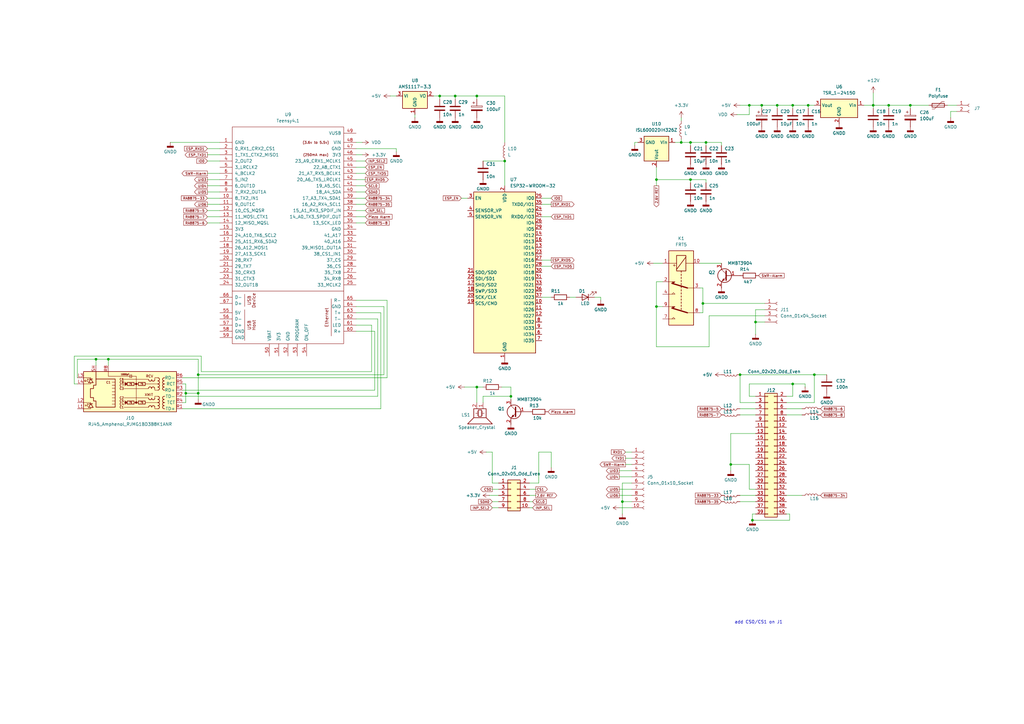
<source format=kicad_sch>
(kicad_sch (version 20231120) (generator "eeschema") (generator_version "8.0")
  (paper "A3")
  (title_block (rev "3.n"))
  (lib_symbols
    (symbol "Connector:Conn_01x02_Socket" (pin_names (offset 1.016) hide)
      (property "Reference" "J" (at 0 2.54 0))
      (property "Value" "Conn_01x02_Socket" (at 0 -5.08 0))
      (symbol "Conn_01x02_Socket_1_1"
        (pin passive line (at -5.08 0 0) (length 3.81) (name "Pin_1") (number "1"))
        (pin passive line (at -5.08 -2.54 0) (length 3.81) (name "Pin_2") (number "2"))
      )
    )
    (symbol "Connector:Conn_01x04_Socket" (pin_names (offset 1.016) hide)
      (property "Reference" "J" (at 0 5.08 0))
      (property "Value" "Conn_01x04_Socket" (at 0 -7.62 0))
      (symbol "Conn_01x04_Socket_1_1"
        (pin passive line (at -5.08 2.54 0) (length 3.81) (name "Pin_1") (number "1"))
        (pin passive line (at -5.08 0 0) (length 3.81) (name "Pin_2") (number "2"))
        (pin passive line (at -5.08 -2.54 0) (length 3.81) (name "Pin_3") (number "3"))
        (pin passive line (at -5.08 -5.08 0) (length 3.81) (name "Pin_4") (number "4"))
      )
    )
    (symbol "Connector:Conn_01x10_Socket" (pin_names (offset 1.016) hide)
      (property "Reference" "J" (at 0 12.7 0))
      (property "Value" "Conn_01x10_Socket" (at 0 -15.24 0))
      (symbol "Conn_01x10_Socket_1_1"
        (pin passive line (at -5.08 10.16 0) (length 3.81) (name "Pin_1") (number "1"))
        (pin passive line (at -5.08 -12.7 0) (length 3.81) (name "Pin_10") (number "10"))
        (pin passive line (at -5.08 7.62 0) (length 3.81) (name "Pin_2") (number "2"))
        (pin passive line (at -5.08 5.08 0) (length 3.81) (name "Pin_3") (number "3"))
        (pin passive line (at -5.08 2.54 0) (length 3.81) (name "Pin_4") (number "4"))
        (pin passive line (at -5.08 0 0) (length 3.81) (name "Pin_5") (number "5"))
        (pin passive line (at -5.08 -2.54 0) (length 3.81) (name "Pin_6") (number "6"))
        (pin passive line (at -5.08 -5.08 0) (length 3.81) (name "Pin_7") (number "7"))
        (pin passive line (at -5.08 -7.62 0) (length 3.81) (name "Pin_8") (number "8"))
        (pin passive line (at -5.08 -10.16 0) (length 3.81) (name "Pin_9") (number "9"))
      )
    )
    (symbol "Connector:RJ45_Amphenol_RJMG1BD3B8K1ANR"
      (property "Reference" "J" (at 18.415 10.16 0))
      (property "Value" "RJ45_Amphenol_RJMG1BD3B8K1ANR" (at -19.05 10.16 0))
      (symbol "RJ45_Amphenol_RJMG1BD3B8K1ANR_0_0"
        (text "C1" (at 4.699 6.985 0) (effects (font (size 0.889 0.889))))
        (text "C1" (at 10.16 -3.175 0) (effects (font (size 0.889 0.889))))
        (text "C2" (at 4.699 3.175 0) (effects (font (size 0.889 0.889))))
        (text "C3" (at 4.699 -0.635 0) (effects (font (size 0.889 0.889))))
        (text "C4" (at 4.699 5.715 0) (effects (font (size 0.889 0.889))))
        (text "C5" (at 4.699 4.445 0) (effects (font (size 0.889 0.889))))
        (text "C6" (at 4.699 -4.445 0) (effects (font (size 0.889 0.889))))
        (text "C7" (at 4.699 -1.905 0) (effects (font (size 0.889 0.889))))
        (text "C8" (at 4.699 -3.175 0) (effects (font (size 0.889 0.889))))
        (text "RCV" (at -8.255 -5.715 0) (effects (font (size 1.016 1.016)) (justify left)))
        (text "XMIT" (at -8.255 1.905 0) (effects (font (size 1.016 1.016)) (justify left)))
      )
      (symbol "RJ45_Amphenol_RJMG1BD3B8K1ANR_1_0"
        (text "1000pF" (at 3.302 -6.477 0) (effects (font (size 0.635 0.635))))
      )
      (symbol "RJ45_Amphenol_RJMG1BD3B8K1ANR_1_1"
        (text "75" (at -3.556 -2.54 0) (effects (font (size 0.635 0.635))))
        (text "75" (at -3.556 5.08 0) (effects (font (size 0.635 0.635))))
        (text "75" (at 1.016 -2.54 0) (effects (font (size 0.635 0.635))))
        (text "75" (at 1.016 5.08 0) (effects (font (size 0.635 0.635))))
        (text "G" (at 19.685 -3.81 0) (effects (font (size 0.635 0.635))))
        (text "Y" (at 19.558 6.35 0) (effects (font (size 0.635 0.635))))
        (pin passive line (at 22.86 7.62 180) (length 2.54) (name "") (number "L1"))
        (pin passive line (at 22.86 5.08 180) (length 2.54) (name "") (number "L2"))
        (pin passive line (at 22.86 -5.08 180) (length 2.54) (name "") (number "L3"))
        (pin passive line (at 22.86 -2.54 180) (length 2.54) (name "") (number "L4"))
        (pin passive line (at -20.32 7.62 0) (length 2.54) (name "TD+") (number "R1"))
        (pin passive line (at -20.32 2.54 0) (length 2.54) (name "TD-") (number "R2"))
        (pin passive line (at -20.32 0 0) (length 2.54) (name "RD+") (number "R3"))
        (pin passive line (at -20.32 5.08 0) (length 2.54) (name "TCT") (number "R4"))
        (pin passive line (at -20.32 -2.54 0) (length 2.54) (name "RCT") (number "R5"))
        (pin passive line (at -20.32 -5.08 0) (length 2.54) (name "RD-") (number "R6"))
        (pin no_connect line (at 20.32 0 0) (length 0) hide (name "NC") (number "R7"))
        (pin power_in line (at 10.16 -10.16 90) (length 2.54) (name "") (number "R8"))
        (pin passive line (at 15.24 -10.16 90) (length 2.54) (name "") (number "SH"))
      )
    )
    (symbol "Connector_Generic:Conn_02x05_Odd_Even" (pin_names (offset 1.016) hide)
      (property "Reference" "J" (at 1.27 7.62 0))
      (property "Value" "Conn_02x05_Odd_Even" (at 1.27 -7.62 0))
      (symbol "Conn_02x05_Odd_Even_1_1"
        (pin passive line (at -5.08 5.08 0) (length 3.81) (name "Pin_1") (number "1"))
        (pin passive line (at 7.62 -5.08 180) (length 3.81) (name "Pin_10") (number "10"))
        (pin passive line (at 7.62 5.08 180) (length 3.81) (name "Pin_2") (number "2"))
        (pin passive line (at -5.08 2.54 0) (length 3.81) (name "Pin_3") (number "3"))
        (pin passive line (at 7.62 2.54 180) (length 3.81) (name "Pin_4") (number "4"))
        (pin passive line (at -5.08 0 0) (length 3.81) (name "Pin_5") (number "5"))
        (pin passive line (at 7.62 0 180) (length 3.81) (name "Pin_6") (number "6"))
        (pin passive line (at -5.08 -2.54 0) (length 3.81) (name "Pin_7") (number "7"))
        (pin passive line (at 7.62 -2.54 180) (length 3.81) (name "Pin_8") (number "8"))
        (pin passive line (at -5.08 -5.08 0) (length 3.81) (name "Pin_9") (number "9"))
      )
    )
    (symbol "Connector_Generic:Conn_02x20_Odd_Even" (pin_names (offset 1.016) hide)
      (property "Reference" "J" (at 1.27 25.4 0))
      (property "Value" "Conn_02x20_Odd_Even" (at 1.27 -27.94 0))
      (symbol "Conn_02x20_Odd_Even_1_1"
        (pin passive line (at -5.08 22.86 0) (length 3.81) (name "Pin_1") (number "1"))
        (pin passive line (at 7.62 12.7 180) (length 3.81) (name "Pin_10") (number "10"))
        (pin passive line (at -5.08 10.16 0) (length 3.81) (name "Pin_11") (number "11"))
        (pin passive line (at 7.62 10.16 180) (length 3.81) (name "Pin_12") (number "12"))
        (pin passive line (at -5.08 7.62 0) (length 3.81) (name "Pin_13") (number "13"))
        (pin passive line (at 7.62 7.62 180) (length 3.81) (name "Pin_14") (number "14"))
        (pin passive line (at -5.08 5.08 0) (length 3.81) (name "Pin_15") (number "15"))
        (pin passive line (at 7.62 5.08 180) (length 3.81) (name "Pin_16") (number "16"))
        (pin passive line (at -5.08 2.54 0) (length 3.81) (name "Pin_17") (number "17"))
        (pin passive line (at 7.62 2.54 180) (length 3.81) (name "Pin_18") (number "18"))
        (pin passive line (at -5.08 0 0) (length 3.81) (name "Pin_19") (number "19"))
        (pin passive line (at 7.62 22.86 180) (length 3.81) (name "Pin_2") (number "2"))
        (pin passive line (at 7.62 0 180) (length 3.81) (name "Pin_20") (number "20"))
        (pin passive line (at -5.08 -2.54 0) (length 3.81) (name "Pin_21") (number "21"))
        (pin passive line (at 7.62 -2.54 180) (length 3.81) (name "Pin_22") (number "22"))
        (pin passive line (at -5.08 -5.08 0) (length 3.81) (name "Pin_23") (number "23"))
        (pin passive line (at 7.62 -5.08 180) (length 3.81) (name "Pin_24") (number "24"))
        (pin passive line (at -5.08 -7.62 0) (length 3.81) (name "Pin_25") (number "25"))
        (pin passive line (at 7.62 -7.62 180) (length 3.81) (name "Pin_26") (number "26"))
        (pin passive line (at -5.08 -10.16 0) (length 3.81) (name "Pin_27") (number "27"))
        (pin passive line (at 7.62 -10.16 180) (length 3.81) (name "Pin_28") (number "28"))
        (pin passive line (at -5.08 -12.7 0) (length 3.81) (name "Pin_29") (number "29"))
        (pin passive line (at -5.08 20.32 0) (length 3.81) (name "Pin_3") (number "3"))
        (pin passive line (at 7.62 -12.7 180) (length 3.81) (name "Pin_30") (number "30"))
        (pin passive line (at -5.08 -15.24 0) (length 3.81) (name "Pin_31") (number "31"))
        (pin passive line (at 7.62 -15.24 180) (length 3.81) (name "Pin_32") (number "32"))
        (pin passive line (at -5.08 -17.78 0) (length 3.81) (name "Pin_33") (number "33"))
        (pin passive line (at 7.62 -17.78 180) (length 3.81) (name "Pin_34") (number "34"))
        (pin passive line (at -5.08 -20.32 0) (length 3.81) (name "Pin_35") (number "35"))
        (pin passive line (at 7.62 -20.32 180) (length 3.81) (name "Pin_36") (number "36"))
        (pin passive line (at -5.08 -22.86 0) (length 3.81) (name "Pin_37") (number "37"))
        (pin passive line (at 7.62 -22.86 180) (length 3.81) (name "Pin_38") (number "38"))
        (pin passive line (at -5.08 -25.4 0) (length 3.81) (name "Pin_39") (number "39"))
        (pin passive line (at 7.62 20.32 180) (length 3.81) (name "Pin_4") (number "4"))
        (pin passive line (at 7.62 -25.4 180) (length 3.81) (name "Pin_40") (number "40"))
        (pin passive line (at -5.08 17.78 0) (length 3.81) (name "Pin_5") (number "5"))
        (pin passive line (at 7.62 17.78 180) (length 3.81) (name "Pin_6") (number "6"))
        (pin passive line (at -5.08 15.24 0) (length 3.81) (name "Pin_7") (number "7"))
        (pin passive line (at 7.62 15.24 180) (length 3.81) (name "Pin_8") (number "8"))
        (pin passive line (at -5.08 12.7 0) (length 3.81) (name "Pin_9") (number "9"))
      )
    )
    (symbol "Device:C" (pin_numbers hide) (pin_names (offset 0.254))
      (property "Reference" "C" (at 0.635 2.54 0))
      (property "Value" "C" (at 0.635 -2.54 0))
      (symbol "C_1_1"
        (pin passive line (at 0 3.81 270) (length 2.794) (name "~") (number "1"))
        (pin passive line (at 0 -3.81 90) (length 2.794) (name "~") (number "2"))
      )
    )
    (symbol "Device:C_Polarized" (pin_numbers hide) (pin_names (offset 0.254))
      (property "Reference" "C" (at 0.635 2.54 0))
      (property "Value" "C_Polarized" (at 0.635 -2.54 0))
      (symbol "C_Polarized_1_1"
        (pin passive line (at 0 3.81 270) (length 2.794) (name "~") (number "1"))
        (pin passive line (at 0 -3.81 90) (length 2.794) (name "~") (number "2"))
      )
    )
    (symbol "Device:L" (pin_numbers hide) (pin_names (offset 1.016) hide)
      (property "Reference" "L" (at -1.27 0 90))
      (property "Value" "L" (at 1.905 0 90))
      (symbol "L_1_1"
        (pin passive line (at 0 3.81 270) (length 1.27) (name "1") (number "1"))
        (pin passive line (at 0 -3.81 90) (length 1.27) (name "2") (number "2"))
      )
    )
    (symbol "Device:LED" (pin_numbers hide) (pin_names (offset 1.016) hide)
      (property "Reference" "D" (at 0 2.54 0))
      (property "Value" "LED" (at 0 -2.54 0))
      (symbol "LED_1_1"
        (pin passive line (at -3.81 0 0) (length 2.54) (name "K") (number "1"))
        (pin passive line (at 3.81 0 180) (length 2.54) (name "A") (number "2"))
      )
    )
    (symbol "Device:Polyfuse" (pin_numbers hide) (pin_names (offset 0))
      (property "Reference" "F" (at -2.54 0 90))
      (property "Value" "Polyfuse" (at 2.54 0 90))
      (symbol "Polyfuse_1_1"
        (pin passive line (at 0 3.81 270) (length 1.27) (name "~") (number "1"))
        (pin passive line (at 0 -3.81 90) (length 1.27) (name "~") (number "2"))
      )
    )
    (symbol "Device:Speaker_Crystal" (pin_names (offset 0) hide)
      (property "Reference" "LS" (at 0.635 5.715 0))
      (property "Value" "Speaker_Crystal" (at 0.635 3.81 0))
      (symbol "Speaker_Crystal_1_1"
        (pin input line (at -5.08 0 0) (length 2.54) (name "1") (number "1"))
        (pin input line (at -5.08 -2.54 0) (length 2.54) (name "2") (number "2"))
      )
    )
    (symbol "RF_Module:ESP32-WROOM-32"
      (property "Reference" "U" (at -12.7 34.29 0))
      (property "Value" "ESP32-WROOM-32" (at 1.27 34.29 0))
      (symbol "ESP32-WROOM-32_1_1"
        (pin power_in line (at 0 -35.56 90) (length 2.54) (name "GND") (number "1"))
        (pin bidirectional line (at 15.24 -12.7 180) (length 2.54) (name "IO25") (number "10"))
        (pin bidirectional line (at 15.24 -15.24 180) (length 2.54) (name "IO26") (number "11"))
        (pin bidirectional line (at 15.24 -17.78 180) (length 2.54) (name "IO27") (number "12"))
        (pin bidirectional line (at 15.24 10.16 180) (length 2.54) (name "IO14") (number "13"))
        (pin bidirectional line (at 15.24 15.24 180) (length 2.54) (name "IO12") (number "14"))
        (pin passive line (at 0 -35.56 90) (length 2.54) hide (name "GND") (number "15"))
        (pin bidirectional line (at 15.24 12.7 180) (length 2.54) (name "IO13") (number "16"))
        (pin bidirectional line (at -15.24 -5.08 0) (length 2.54) (name "SHD/SD2") (number "17"))
        (pin bidirectional line (at -15.24 -7.62 0) (length 2.54) (name "SWP/SD3") (number "18"))
        (pin bidirectional line (at -15.24 -12.7 0) (length 2.54) (name "SCS/CMD") (number "19"))
        (pin power_in line (at 0 35.56 270) (length 2.54) (name "VDD") (number "2"))
        (pin bidirectional line (at -15.24 -10.16 0) (length 2.54) (name "SCK/CLK") (number "20"))
        (pin bidirectional line (at -15.24 0 0) (length 2.54) (name "SDO/SD0") (number "21"))
        (pin bidirectional line (at -15.24 -2.54 0) (length 2.54) (name "SDI/SD1") (number "22"))
        (pin bidirectional line (at 15.24 7.62 180) (length 2.54) (name "IO15") (number "23"))
        (pin bidirectional line (at 15.24 25.4 180) (length 2.54) (name "IO2") (number "24"))
        (pin bidirectional line (at 15.24 30.48 180) (length 2.54) (name "IO0") (number "25"))
        (pin bidirectional line (at 15.24 20.32 180) (length 2.54) (name "IO4") (number "26"))
        (pin bidirectional line (at 15.24 5.08 180) (length 2.54) (name "IO16") (number "27"))
        (pin bidirectional line (at 15.24 2.54 180) (length 2.54) (name "IO17") (number "28"))
        (pin bidirectional line (at 15.24 17.78 180) (length 2.54) (name "IO5") (number "29"))
        (pin input line (at -15.24 30.48 0) (length 2.54) (name "EN") (number "3"))
        (pin bidirectional line (at 15.24 0 180) (length 2.54) (name "IO18") (number "30"))
        (pin bidirectional line (at 15.24 -2.54 180) (length 2.54) (name "IO19") (number "31"))
        (pin no_connect line (at -12.7 -27.94 0) (length 2.54) hide (name "NC") (number "32"))
        (pin bidirectional line (at 15.24 -5.08 180) (length 2.54) (name "IO21") (number "33"))
        (pin bidirectional line (at 15.24 22.86 180) (length 2.54) (name "RXD0/IO3") (number "34"))
        (pin bidirectional line (at 15.24 27.94 180) (length 2.54) (name "TXD0/IO1") (number "35"))
        (pin bidirectional line (at 15.24 -7.62 180) (length 2.54) (name "IO22") (number "36"))
        (pin bidirectional line (at 15.24 -10.16 180) (length 2.54) (name "IO23") (number "37"))
        (pin passive line (at 0 -35.56 90) (length 2.54) hide (name "GND") (number "38"))
        (pin passive line (at 0 -35.56 90) (length 2.54) hide (name "GND") (number "39"))
        (pin input line (at -15.24 25.4 0) (length 2.54) (name "SENSOR_VP") (number "4"))
        (pin input line (at -15.24 22.86 0) (length 2.54) (name "SENSOR_VN") (number "5"))
        (pin input line (at 15.24 -25.4 180) (length 2.54) (name "IO34") (number "6"))
        (pin input line (at 15.24 -27.94 180) (length 2.54) (name "IO35") (number "7"))
        (pin bidirectional line (at 15.24 -20.32 180) (length 2.54) (name "IO32") (number "8"))
        (pin bidirectional line (at 15.24 -22.86 180) (length 2.54) (name "IO33") (number "9"))
      )
    )
    (symbol "Reference_Voltage:ISL21070CIH325Z-TK"
      (property "Reference" "U" (at -0.635 8.255 0))
      (property "Value" "ISL21070CIH325Z-TK" (at -1.905 6.35 0))
      (symbol "ISL21070CIH325Z-TK_1_1"
        (pin power_in line (at -2.54 7.62 270) (length 2.54) (name "Vin") (number "1"))
        (pin power_out line (at 7.62 0 180) (length 2.54) (name "Vout") (number "2"))
        (pin power_in line (at -2.54 -7.62 90) (length 2.54) (name "GND") (number "3"))
      )
    )
    (symbol "Regulator_Linear:AMS1117-3.3"
      (property "Reference" "U" (at -3.81 3.175 0))
      (property "Value" "AMS1117-3.3" (at 0 3.175 0))
      (symbol "AMS1117-3.3_1_1"
        (pin power_in line (at 0 -7.62 90) (length 2.54) (name "GND") (number "1"))
        (pin power_out line (at 7.62 0 180) (length 2.54) (name "VO") (number "2"))
        (pin power_in line (at -7.62 0 0) (length 2.54) (name "VI") (number "3"))
      )
    )
    (symbol "Regulator_Switching:TSR_1-24150"
      (property "Reference" "U" (at -7.62 6.35 0))
      (property "Value" "TSR_1-24150" (at -1.27 6.35 0))
      (symbol "TSR_1-24150_1_1"
        (pin power_in line (at -10.16 2.54 0) (length 2.54) (name "Vin") (number "1"))
        (pin power_in line (at 0 -5.08 90) (length 2.54) (name "GND") (number "2"))
        (pin power_out line (at 10.16 2.54 180) (length 2.54) (name "Vout") (number "3"))
      )
    )
    (symbol "Relay:FRT5"
      (property "Reference" "K" (at 16.51 3.81 0))
      (property "Value" "FRT5" (at 16.51 1.27 0))
      (symbol "FRT5_0_0"
        (text "+" (at -9.271 2.921 0) (effects (font (size 1.27 1.27))))
      )
      (symbol "FRT5_1_1"
        (pin passive line (at -10.16 7.62 270) (length 2.54) (name "~") (number "1"))
        (pin passive line (at -10.16 -7.62 90) (length 2.54) (name "~") (number "10"))
        (pin passive line (at -2.54 7.62 270) (length 2.54) (name "~") (number "2"))
        (pin passive line (at 0 -7.62 90) (length 2.54) (name "~") (number "3"))
        (pin passive line (at 2.54 7.62 270) (length 2.54) (name "~") (number "4"))
        (pin passive line (at 12.7 7.62 270) (length 2.54) (name "~") (number "7"))
        (pin passive line (at 10.16 -7.62 90) (length 2.54) (name "~") (number "8"))
        (pin passive line (at 7.62 7.62 270) (length 2.54) (name "~") (number "9"))
      )
    )
    (symbol "Transistor_BJT:MMBT3904" (pin_names (offset 0) hide)
      (property "Reference" "Q" (at 5.08 1.905 0))
      (property "Value" "MMBT3904" (at 5.08 0 0))
      (symbol "MMBT3904_1_1"
        (pin input line (at -5.08 0 0) (length 5.715) (name "B") (number "1"))
        (pin passive line (at 2.54 -5.08 90) (length 2.54) (name "E") (number "2"))
        (pin passive line (at 2.54 5.08 270) (length 2.54) (name "C") (number "3"))
      )
    )
    (symbol "dual_rotary_encoder_switch:R" (pin_numbers hide) (pin_names (offset 0))
      (property "Reference" "R" (at 2.032 0 90))
      (property "Value" "R" (at 0 0 90))
      (symbol "R_1_1"
        (pin passive line (at 0 3.81 270) (length 1.27) (name "~") (number "1"))
        (pin passive line (at 0 -3.81 90) (length 1.27) (name "~") (number "2"))
      )
    )
    (symbol "power:+12V" (power) (pin_numbers hide) (pin_names (offset 0) hide)
      (property "Value" "+12V" (at 0 3.556 0))
      (symbol "+12V_1_1"
        (pin power_in line (at 0 0 90) (length 0) (name "~") (number "1"))
      )
    )
    (symbol "power:+3.3V" (power) (pin_numbers hide) (pin_names (offset 0) hide)
      (property "Value" "+3.3V" (at 0 3.556 0))
      (symbol "+3.3V_1_1"
        (pin power_in line (at 0 0 90) (length 0) (name "~") (number "1"))
      )
    )
    (symbol "power:+5V" (power) (pin_numbers hide) (pin_names (offset 0) hide)
      (property "Value" "+5V" (at 0 3.556 0))
      (symbol "+5V_1_1"
        (pin power_in line (at 0 0 90) (length 0) (name "~") (number "1"))
      )
    )
    (symbol "power:GNDD" (power) (pin_numbers hide) (pin_names (offset 0) hide)
      (property "Value" "GNDD" (at 0 -3.175 0))
      (symbol "GNDD_1_1"
        (pin power_in line (at 0 0 270) (length 0) (name "~") (number "1"))
      )
    )
    (symbol "power:VDD" (power) (pin_numbers hide) (pin_names (offset 0) hide)
      (property "Value" "VDD" (at 0 3.556 0))
      (symbol "VDD_1_1"
        (pin power_in line (at 0 0 90) (length 0) (name "~") (number "1"))
      )
    )
    (symbol "teensy:Teensy4.1" (pin_names (offset 1.016))
      (property "Reference" "U" (at 0 64.77 0))
      (property "Value" "Teensy4.1" (at 0 62.23 0))
      (symbol "Teensy4.1_0_0"
        (text "(250mA max)" (at 11.43 49.53 0) (effects (font (size 1.016 1.016))))
        (text "(3.6v to 5.5v)" (at 11.43 54.61 0) (effects (font (size 1.016 1.016))))
        (text "Device" (at -13.97 -10.16 900) (effects (font (size 1.27 1.27))))
        (text "Ethernet" (at 15.875 -17.145 900) (effects (font (size 1.27 1.27))))
        (text "Host" (at -13.97 -20.32 900) (effects (font (size 1.27 1.27))))
        (text "USB" (at -15.875 -20.32 900) (effects (font (size 1.27 1.27))))
        (text "USB" (at -15.875 -10.16 900) (effects (font (size 1.27 1.27))))
        (pin bidirectional line (at -27.94 31.75 0) (length 5.08) (name "8_TX2_IN1") (number "10"))
        (pin bidirectional line (at -27.94 29.21 0) (length 5.08) (name "9_OUT1C") (number "11"))
        (pin bidirectional line (at -27.94 26.67 0) (length 5.08) (name "10_CS_MQSR") (number "12"))
        (pin bidirectional line (at -27.94 24.13 0) (length 5.08) (name "11_MOSI_CTX1") (number "13"))
        (pin bidirectional line (at -27.94 21.59 0) (length 5.08) (name "12_MISO_MQSL") (number "14"))
        (pin power_in line (at -27.94 19.05 0) (length 5.08) (name "3V3") (number "15"))
        (pin bidirectional line (at -27.94 16.51 0) (length 5.08) (name "24_A10_TX6_SCL2") (number "16"))
        (pin bidirectional line (at -27.94 13.97 0) (length 5.08) (name "25_A11_RX6_SDA2") (number "17"))
        (pin bidirectional line (at -27.94 11.43 0) (length 5.08) (name "26_A12_MOSI1") (number "18"))
        (pin bidirectional line (at -27.94 8.89 0) (length 5.08) (name "27_A13_SCK1") (number "19"))
        (pin bidirectional line (at -27.94 6.35 0) (length 5.08) (name "28_RX7") (number "20"))
        (pin bidirectional line (at -27.94 3.81 0) (length 5.08) (name "29_TX7") (number "21"))
        (pin bidirectional line (at -27.94 1.27 0) (length 5.08) (name "30_CRX3") (number "22"))
        (pin bidirectional line (at -27.94 -1.27 0) (length 5.08) (name "31_CTX3") (number "23"))
        (pin bidirectional line (at -27.94 -3.81 0) (length 5.08) (name "32_OUT1B") (number "24"))
        (pin bidirectional line (at 27.94 -3.81 180) (length 5.08) (name "33_MCLK2") (number "25"))
        (pin bidirectional line (at 27.94 -1.27 180) (length 5.08) (name "34_RX8") (number "26"))
        (pin bidirectional line (at 27.94 1.27 180) (length 5.08) (name "35_TX8") (number "27"))
        (pin bidirectional line (at 27.94 3.81 180) (length 5.08) (name "36_CS") (number "28"))
        (pin bidirectional line (at 27.94 6.35 180) (length 5.08) (name "37_CS") (number "29"))
        (pin bidirectional line (at 27.94 8.89 180) (length 5.08) (name "38_CS1_IN1") (number "30"))
        (pin bidirectional line (at 27.94 11.43 180) (length 5.08) (name "39_MISO1_OUT1A") (number "31"))
        (pin bidirectional line (at 27.94 13.97 180) (length 5.08) (name "40_A16") (number "32"))
        (pin bidirectional line (at 27.94 16.51 180) (length 5.08) (name "41_A17") (number "33"))
        (pin bidirectional line (at 27.94 21.59 180) (length 5.08) (name "13_SCK_LED") (number "35"))
        (pin bidirectional line (at 27.94 24.13 180) (length 5.08) (name "14_A0_TX3_SPDIF_OUT") (number "36"))
        (pin bidirectional line (at 27.94 26.67 180) (length 5.08) (name "15_A1_RX3_SPDIF_IN") (number "37"))
        (pin bidirectional line (at 27.94 29.21 180) (length 5.08) (name "16_A2_RX4_SCL1") (number "38"))
        (pin bidirectional line (at 27.94 31.75 180) (length 5.08) (name "17_A3_TX4_SDA1") (number "39"))
        (pin bidirectional line (at 27.94 34.29 180) (length 5.08) (name "18_A4_SDA") (number "40"))
        (pin bidirectional line (at 27.94 36.83 180) (length 5.08) (name "19_A5_SCL") (number "41"))
        (pin bidirectional line (at 27.94 39.37 180) (length 5.08) (name "20_A6_TX5_LRCLK1") (number "42"))
        (pin bidirectional line (at 27.94 41.91 180) (length 5.08) (name "21_A7_RX5_BCLK1") (number "43"))
        (pin bidirectional line (at 27.94 44.45 180) (length 5.08) (name "22_A8_CTX1") (number "44"))
        (pin bidirectional line (at 27.94 46.99 180) (length 5.08) (name "23_A9_CRX1_MCLK1") (number "45"))
        (pin output line (at 27.94 49.53 180) (length 5.08) (name "3V3") (number "46"))
        (pin output line (at 27.94 52.07 180) (length 5.08) (name "GND") (number "47"))
        (pin power_in line (at 27.94 54.61 180) (length 5.08) (name "VIN") (number "48"))
        (pin power_out line (at 27.94 58.42 180) (length 5.08) (name "VUSB") (number "49"))
        (pin bidirectional line (at -27.94 44.45 0) (length 5.08) (name "3_LRCLK2") (number "5"))
        (pin power_in line (at -7.62 -33.02 90) (length 5.08) (name "VBAT") (number "50"))
        (pin power_in line (at -3.81 -33.02 90) (length 5.08) (name "3V3") (number "51"))
        (pin input line (at 0 -33.02 90) (length 5.08) (name "GND") (number "52"))
        (pin input line (at 3.81 -33.02 90) (length 5.08) (name "PROGRAM") (number "53"))
        (pin input line (at 7.62 -33.02 90) (length 5.08) (name "ON_OFF") (number "54"))
        (pin power_out line (at -27.94 -15.24 0) (length 5.08) (name "5V") (number "55"))
        (pin bidirectional line (at -27.94 -17.78 0) (length 5.08) (name "D-") (number "56"))
        (pin bidirectional line (at -27.94 -20.32 0) (length 5.08) (name "D+") (number "57"))
        (pin power_in line (at -27.94 -22.86 0) (length 5.08) (name "GND") (number "58"))
        (pin power_in line (at -27.94 -25.4 0) (length 5.08) (name "GND") (number "59"))
        (pin bidirectional line (at -27.94 41.91 0) (length 5.08) (name "4_BCLK2") (number "6"))
        (pin bidirectional line (at 27.94 -22.86 180) (length 5.08) (name "R+") (number "60"))
        (pin bidirectional line (at 27.94 -20.32 180) (length 5.08) (name "LED") (number "61"))
        (pin bidirectional line (at 27.94 -17.78 180) (length 5.08) (name "T-") (number "62"))
        (pin bidirectional line (at 27.94 -15.24 180) (length 5.08) (name "T+") (number "63"))
        (pin power_in line (at 27.94 -12.7 180) (length 5.08) (name "GND") (number "64"))
        (pin bidirectional line (at 27.94 -10.16 180) (length 5.08) (name "R-") (number "65"))
        (pin bidirectional line (at -27.94 -8.89 0) (length 5.08) (name "D-") (number "66"))
        (pin bidirectional line (at -27.94 -11.43 0) (length 5.08) (name "D+") (number "67"))
        (pin bidirectional line (at -27.94 39.37 0) (length 5.08) (name "5_IN2") (number "7"))
        (pin bidirectional line (at -27.94 36.83 0) (length 5.08) (name "6_OUT1D") (number "8"))
        (pin bidirectional line (at -27.94 34.29 0) (length 5.08) (name "7_RX2_OUT1A") (number "9"))
      )
      (symbol "Teensy4.1_1_1"
        (pin power_in line (at -27.94 54.61 0) (length 5.08) (name "GND") (number "1"))
        (pin bidirectional line (at -27.94 52.07 0) (length 5.08) (name "0_RX1_CRX2_CS1") (number "2"))
        (pin bidirectional line (at -27.94 49.53 0) (length 5.08) (name "1_TX1_CTX2_MISO1") (number "3"))
        (pin power_in line (at 27.94 19.05 180) (length 5.08) (name "GND") (number "34"))
        (pin bidirectional line (at -27.94 46.99 0) (length 5.08) (name "2_OUT2") (number "4"))
      )
    )
  )
  (junction (at 299.72 190.5))
  (junction (at 186.69 39.37))
  (junction (at 325.12 43.18))
  (junction (at 334.01 153.67))
  (junction (at 308.61 213.36))
  (junction (at 283.21 73.66))
  (junction (at 373.38 43.18))
  (junction (at 81.28 153.67))
  (junction (at 76.2 161.29))
  (junction (at 288.29 124.46))
  (junction (at 39.37 147.32))
  (junction (at 195.58 39.37))
  (junction (at 207.01 66.04))
  (junction (at 279.4 58.42))
  (junction (at 364.49 43.18))
  (junction (at 318.77 43.18))
  (junction (at 195.58 158.75))
  (junction (at 325.12 157.48))
  (junction (at 255.27 205.74))
  (junction (at 331.47 43.18))
  (junction (at 312.42 43.18))
  (junction (at 81.28 161.29))
  (junction (at 269.24 125.73))
  (junction (at 269.24 73.66))
  (junction (at 358.14 43.18))
  (junction (at 309.88 132.08))
  (junction (at 209.55 162.56))
  (junction (at 283.21 58.42))
  (junction (at 289.56 58.42))
  (junction (at 303.53 153.67))
  (junction (at 307.34 43.18))
  (junction (at 180.34 39.37))
  (junction (at 44.45 147.32))
  (wire (pts (xy 205.74 158.75) (xy 209.55 158.75)))
  (wire (pts (xy 255.27 198.12) (xy 255.27 205.74)))
  (wire (pts (xy 283.21 73.66) (xy 289.56 73.66)))
  (wire (pts (xy 243.84 121.92) (xy 246.38 121.92)))
  (wire (pts (xy 217.17 208.28) (xy 218.44 208.28)))
  (wire (pts (xy 222.25 121.92) (xy 226.06 121.92)))
  (wire (pts (xy 44.45 147.32) (xy 81.28 147.32)))
  (wire (pts (xy 201.93 205.74) (xy 204.47 205.74)))
  (wire (pts (xy 254 203.2) (xy 259.08 203.2)))
  (wire (pts (xy 373.38 43.18) (xy 381 43.18)))
  (wire (pts (xy 157.48 153.67) (xy 81.28 153.67)))
  (wire (pts (xy 146.05 63.5) (xy 148.59 63.5)))
  (wire (pts (xy 200.66 203.2) (xy 204.47 203.2)))
  (wire (pts (xy 222.25 106.68) (xy 226.06 106.68)))
  (wire (pts (xy 307.34 46.99) (xy 307.34 43.18)))
  (wire (pts (xy 389.89 45.72) (xy 389.89 48.26)))
  (wire (pts (xy 149.86 86.36) (xy 146.05 86.36)))
  (wire (pts (xy 260.35 58.42) (xy 260.35 59.69)))
  (wire (pts (xy 290.83 129.54) (xy 290.83 142.24)))
  (wire (pts (xy 269.24 68.58) (xy 269.24 73.66)))
  (wire (pts (xy 325.12 43.18) (xy 325.12 44.45)))
  (wire (pts (xy 160.02 39.37) (xy 162.56 39.37)))
  (wire (pts (xy 153.67 135.89) (xy 153.67 160.02)))
  (wire (pts (xy 76.2 161.29) (xy 76.2 157.48)))
  (wire (pts (xy 309.88 127) (xy 309.88 132.08)))
  (wire (pts (xy 358.14 43.18) (xy 364.49 43.18)))
  (wire (pts (xy 325.12 162.56) (xy 322.58 162.56)))
  (wire (pts (xy 149.86 78.74) (xy 146.05 78.74)))
  (wire (pts (xy 307.34 200.66) (xy 307.34 190.5)))
  (wire (pts (xy 85.09 63.5) (xy 90.17 63.5)))
  (wire (pts (xy 85.09 66.04) (xy 90.17 66.04)))
  (wire (pts (xy 373.38 43.18) (xy 373.38 44.45)))
  (wire (pts (xy 302.26 46.99) (xy 307.34 46.99)))
  (wire (pts (xy 288.29 128.27) (xy 288.29 124.46)))
  (wire (pts (xy 288.29 124.46) (xy 313.69 124.46)))
  (wire (pts (xy 308.61 210.82) (xy 308.61 213.36)))
  (wire (pts (xy 149.86 91.44) (xy 146.05 91.44)))
  (wire (pts (xy 81.28 153.67) (xy 81.28 161.29)))
  (wire (pts (xy 74.93 162.56) (xy 154.94 162.56)))
  (wire (pts (xy 149.86 76.2) (xy 146.05 76.2)))
  (wire (pts (xy 201.93 185.42) (xy 201.93 198.12)))
  (wire (pts (xy 201.93 200.66) (xy 204.47 200.66)))
  (wire (pts (xy 287.02 118.11) (xy 288.29 118.11)))
  (wire (pts (xy 358.14 38.1) (xy 358.14 43.18)))
  (wire (pts (xy 44.45 149.86) (xy 44.45 147.32)))
  (wire (pts (xy 226.06 185.42) (xy 226.06 191.77)))
  (wire (pts (xy 269.24 142.24) (xy 290.83 142.24)))
  (wire (pts (xy 334.01 43.18) (xy 331.47 43.18)))
  (wire (pts (xy 85.09 83.82) (xy 90.17 83.82)))
  (wire (pts (xy 323.85 210.82) (xy 322.58 210.82)))
  (wire (pts (xy 254 193.04) (xy 259.08 193.04)))
  (wire (pts (xy 255.27 205.74) (xy 255.27 210.82)))
  (wire (pts (xy 39.37 147.32) (xy 31.75 147.32)))
  (wire (pts (xy 85.09 81.28) (xy 90.17 81.28)))
  (wire (pts (xy 303.53 205.74) (xy 309.88 205.74)))
  (wire (pts (xy 158.75 123.19) (xy 146.05 123.19)))
  (wire (pts (xy 31.75 157.48) (xy 30.48 157.48)))
  (wire (pts (xy 85.09 88.9) (xy 90.17 88.9)))
  (wire (pts (xy 146.05 125.73) (xy 157.48 125.73)))
  (wire (pts (xy 158.75 154.94) (xy 158.75 123.19)))
  (wire (pts (xy 146.05 71.12) (xy 149.86 71.12)))
  (wire (pts (xy 287.02 107.95) (xy 295.91 107.95)))
  (wire (pts (xy 76.2 161.29) (xy 81.28 161.29)))
  (wire (pts (xy 222.25 81.28) (xy 226.06 81.28)))
  (wire (pts (xy 31.75 147.32) (xy 31.75 154.94)))
  (wire (pts (xy 157.48 125.73) (xy 157.48 153.67)))
  (wire (pts (xy 259.08 198.12) (xy 255.27 198.12)))
  (wire (pts (xy 76.2 165.1) (xy 76.2 161.29)))
  (wire (pts (xy 364.49 43.18) (xy 364.49 44.45)))
  (wire (pts (xy 85.09 60.96) (xy 90.17 60.96)))
  (wire (pts (xy 261.62 58.42) (xy 260.35 58.42)))
  (wire (pts (xy 146.05 58.42) (xy 148.59 58.42)))
  (wire (pts (xy 209.55 158.75) (xy 209.55 162.56)))
  (wire (pts (xy 309.88 177.8) (xy 299.72 177.8)))
  (wire (pts (xy 152.4 133.35) (xy 146.05 133.35)))
  (wire (pts (xy 328.93 203.2) (xy 322.58 203.2)))
  (wire (pts (xy 207.01 66.04) (xy 207.01 76.2)))
  (wire (pts (xy 254 195.58) (xy 259.08 195.58)))
  (wire (pts (xy 312.42 43.18) (xy 312.42 44.45)))
  (wire (pts (xy 328.93 167.64) (xy 322.58 167.64)))
  (wire (pts (xy 85.09 78.74) (xy 90.17 78.74)))
  (wire (pts (xy 85.09 91.44) (xy 90.17 91.44)))
  (wire (pts (xy 256.54 187.96) (xy 259.08 187.96)))
  (wire (pts (xy 177.8 39.37) (xy 180.34 39.37)))
  (wire (pts (xy 269.24 73.66) (xy 269.24 76.2)))
  (wire (pts (xy 267.97 107.95) (xy 271.78 107.95)))
  (wire (pts (xy 217.17 205.74) (xy 218.44 205.74)))
  (wire (pts (xy 146.05 73.66) (xy 149.86 73.66)))
  (wire (pts (xy 269.24 125.73) (xy 271.78 125.73)))
  (wire (pts (xy 276.86 58.42) (xy 279.4 58.42)))
  (wire (pts (xy 299.72 190.5) (xy 299.72 193.04)))
  (wire (pts (xy 146.05 88.9) (xy 149.86 88.9)))
  (wire (pts (xy 312.42 43.18) (xy 318.77 43.18)))
  (wire (pts (xy 85.09 73.66) (xy 90.17 73.66)))
  (wire (pts (xy 76.2 157.48) (xy 74.93 157.48)))
  (wire (pts (xy 39.37 147.32) (xy 39.37 149.86)))
  (wire (pts (xy 82.55 152.4) (xy 152.4 152.4)))
  (wire (pts (xy 222.25 83.82) (xy 226.06 83.82)))
  (wire (pts (xy 283.21 58.42) (xy 289.56 58.42)))
  (wire (pts (xy 295.91 58.42) (xy 295.91 59.69)))
  (wire (pts (xy 283.21 58.42) (xy 283.21 59.69)))
  (wire (pts (xy 269.24 125.73) (xy 269.24 142.24)))
  (wire (pts (xy 146.05 68.58) (xy 149.86 68.58)))
  (wire (pts (xy 254 208.28) (xy 259.08 208.28)))
  (wire (pts (xy 190.5 158.75) (xy 195.58 158.75)))
  (wire (pts (xy 288.29 124.46) (xy 288.29 118.11)))
  (wire (pts (xy 152.4 152.4) (xy 152.4 133.35)))
  (wire (pts (xy 303.53 153.67) (xy 334.01 153.67)))
  (wire (pts (xy 307.34 157.48) (xy 325.12 157.48)))
  (wire (pts (xy 279.4 58.42) (xy 283.21 58.42)))
  (wire (pts (xy 331.47 43.18) (xy 331.47 44.45)))
  (wire (pts (xy 289.56 58.42) (xy 295.91 58.42)))
  (wire (pts (xy 186.69 39.37) (xy 186.69 40.64)))
  (wire (pts (xy 289.56 58.42) (xy 289.56 59.69)))
  (wire (pts (xy 388.62 43.18) (xy 392.43 43.18)))
  (wire (pts (xy 170.18 48.26) (xy 170.18 46.99)))
  (wire (pts (xy 256.54 190.5) (xy 259.08 190.5)))
  (wire (pts (xy 254 200.66) (xy 259.08 200.66)))
  (wire (pts (xy 323.85 213.36) (xy 323.85 210.82)))
  (wire (pts (xy 201.93 208.28) (xy 204.47 208.28)))
  (wire (pts (xy 154.94 162.56) (xy 154.94 130.81)))
  (wire (pts (xy 149.86 81.28) (xy 146.05 81.28)))
  (wire (pts (xy 307.34 190.5) (xy 299.72 190.5)))
  (wire (pts (xy 198.12 162.56) (xy 209.55 162.56)))
  (wire (pts (xy 146.05 128.27) (xy 156.21 128.27)))
  (wire (pts (xy 195.58 158.75) (xy 195.58 165.1)))
  (wire (pts (xy 233.68 121.92) (xy 236.22 121.92)))
  (wire (pts (xy 85.09 76.2) (xy 90.17 76.2)))
  (wire (pts (xy 153.67 160.02) (xy 74.93 160.02)))
  (wire (pts (xy 307.34 162.56) (xy 307.34 157.48)))
  (wire (pts (xy 220.98 185.42) (xy 220.98 198.12)))
  (wire (pts (xy 246.38 121.92) (xy 246.38 123.19)))
  (wire (pts (xy 283.21 73.66) (xy 283.21 74.93)))
  (wire (pts (xy 217.17 198.12) (xy 220.98 198.12)))
  (wire (pts (xy 256.54 185.42) (xy 259.08 185.42)))
  (wire (pts (xy 279.4 57.15) (xy 279.4 58.42)))
  (wire (pts (xy 156.21 167.64) (xy 74.93 167.64)))
  (wire (pts (xy 217.17 200.66) (xy 219.71 200.66)))
  (wire (pts (xy 81.28 161.29) (xy 81.28 163.83)))
  (wire (pts (xy 309.88 162.56) (xy 307.34 162.56)))
  (wire (pts (xy 354.33 43.18) (xy 358.14 43.18)))
  (wire (pts (xy 287.02 128.27) (xy 288.29 128.27)))
  (wire (pts (xy 334.01 153.67) (xy 339.09 153.67)))
  (wire (pts (xy 195.58 39.37) (xy 207.01 39.37)))
  (wire (pts (xy 222.25 88.9) (xy 226.06 88.9)))
  (wire (pts (xy 149.86 83.82) (xy 146.05 83.82)))
  (wire (pts (xy 392.43 45.72) (xy 389.89 45.72)))
  (wire (pts (xy 204.47 198.12) (xy 201.93 198.12)))
  (wire (pts (xy 318.77 43.18) (xy 325.12 43.18)))
  (wire (pts (xy 307.34 43.18) (xy 312.42 43.18)))
  (wire (pts (xy 309.88 165.1) (xy 303.53 165.1)))
  (wire (pts (xy 303.53 165.1) (xy 303.53 153.67)))
  (wire (pts (xy 303.53 170.18) (xy 309.88 170.18)))
  (wire (pts (xy 309.88 132.08) (xy 309.88 137.16)))
  (wire (pts (xy 198.12 165.1) (xy 198.12 162.56)))
  (wire (pts (xy 198.12 66.04) (xy 207.01 66.04)))
  (wire (pts (xy 156.21 128.27) (xy 156.21 167.64)))
  (wire (pts (xy 30.48 157.48) (xy 30.48 146.05)))
  (wire (pts (xy 162.56 60.96) (xy 162.56 62.23)))
  (wire (pts (xy 334.01 153.67) (xy 334.01 165.1)))
  (wire (pts (xy 303.53 203.2) (xy 309.88 203.2)))
  (wire (pts (xy 303.53 167.64) (xy 309.88 167.64)))
  (wire (pts (xy 255.27 205.74) (xy 259.08 205.74)))
  (wire (pts (xy 209.55 162.56) (xy 209.55 163.83)))
  (wire (pts (xy 269.24 115.57) (xy 269.24 125.73)))
  (wire (pts (xy 313.69 127) (xy 309.88 127)))
  (wire (pts (xy 289.56 73.66) (xy 289.56 74.93)))
  (wire (pts (xy 207.01 39.37) (xy 207.01 58.42)))
  (wire (pts (xy 334.01 165.1) (xy 322.58 165.1)))
  (wire (pts (xy 82.55 146.05) (xy 82.55 152.4)))
  (wire (pts (xy 318.77 43.18) (xy 318.77 44.45)))
  (wire (pts (xy 222.25 109.22) (xy 226.06 109.22)))
  (wire (pts (xy 269.24 73.66) (xy 283.21 73.66)))
  (wire (pts (xy 30.48 146.05) (xy 82.55 146.05)))
  (wire (pts (xy 146.05 135.89) (xy 153.67 135.89)))
  (wire (pts (xy 85.09 71.12) (xy 90.17 71.12)))
  (wire (pts (xy 201.93 185.42) (xy 199.39 185.42)))
  (wire (pts (xy 85.09 86.36) (xy 90.17 86.36)))
  (wire (pts (xy 198.12 158.75) (xy 195.58 158.75)))
  (wire (pts (xy 74.93 154.94) (xy 158.75 154.94)))
  (wire (pts (xy 309.88 200.66) (xy 307.34 200.66)))
  (wire (pts (xy 303.53 43.18) (xy 307.34 43.18)))
  (wire (pts (xy 313.69 129.54) (xy 290.83 129.54)))
  (wire (pts (xy 325.12 157.48) (xy 330.2 157.48)))
  (wire (pts (xy 81.28 147.32) (xy 81.28 153.67)))
  (wire (pts (xy 309.88 210.82) (xy 308.61 210.82)))
  (wire (pts (xy 220.98 185.42) (xy 226.06 185.42)))
  (wire (pts (xy 74.93 165.1) (xy 76.2 165.1)))
  (wire (pts (xy 308.61 213.36) (xy 323.85 213.36)))
  (wire (pts (xy 330.2 157.48) (xy 330.2 158.75)))
  (wire (pts (xy 328.93 170.18) (xy 322.58 170.18)))
  (wire (pts (xy 195.58 39.37) (xy 195.58 40.64)))
  (wire (pts (xy 186.69 39.37) (xy 195.58 39.37)))
  (wire (pts (xy 189.23 81.28) (xy 191.77 81.28)))
  (wire (pts (xy 146.05 60.96) (xy 162.56 60.96)))
  (wire (pts (xy 364.49 43.18) (xy 373.38 43.18)))
  (wire (pts (xy 309.88 132.08) (xy 313.69 132.08)))
  (wire (pts (xy 299.72 177.8) (xy 299.72 190.5)))
  (wire (pts (xy 358.14 43.18) (xy 358.14 44.45)))
  (wire (pts (xy 180.34 39.37) (xy 180.34 40.64)))
  (wire (pts (xy 271.78 115.57) (xy 269.24 115.57)))
  (wire (pts (xy 279.4 48.26) (xy 279.4 49.53)))
  (wire (pts (xy 69.85 58.42) (xy 90.17 58.42)))
  (wire (pts (xy 180.34 39.37) (xy 186.69 39.37)))
  (wire (pts (xy 217.17 203.2) (xy 219.71 203.2)))
  (wire (pts (xy 325.12 157.48) (xy 325.12 162.56)))
  (wire (pts (xy 154.94 130.81) (xy 146.05 130.81)))
  (wire (pts (xy 44.45 147.32) (xy 39.37 147.32)))
  (wire (pts (xy 325.12 43.18) (xy 331.47 43.18)))
  (wire (pts (xy 146.05 66.04) (xy 149.86 66.04)))
  (text "add CS0/CS1 on J1" (at 311.15 255.27 0) (effects (font (size 1.27 1.27))))
  (global_label "UI04" (shape output) (at 254 195.58 180) (effects (font (size 1 1))) (property "Intersheetrefs" "${INTERSHEET_REFS}" (effects (hide yes))))
  (global_label "RA8875-33" (shape input) (at 85.09 81.28 180) (effects (font (size 1 1))) (property "Intersheetrefs" "${INTERSHEET_REFS}" (effects (hide yes))))
  (global_label "TXD1" (shape output) (at 256.54 187.96 180) (effects (font (size 1 1))) (property "Intersheetrefs" "${INTERSHEET_REFS}" (effects (hide yes))))
  (global_label "ESP_RXD5" (shape output) (at 149.86 73.66 0) (effects (font (size 1 1))) (property "Intersheetrefs" "${INTERSHEET_REFS}" (effects (hide yes))))
  (global_label "ESP_RXD1" (shape input) (at 85.09 60.96 180) (effects (font (size 1 1))) (property "Intersheetrefs" "${INTERSHEET_REFS}" (effects (hide yes))))
  (global_label "RA8875-8" (shape input) (at 149.86 91.44 0) (effects (font (size 1 1))) (property "Intersheetrefs" "${INTERSHEET_REFS}" (effects (hide yes))))
  (global_label "2,6V REF" (shape output) (at 269.24 76.2 270) (effects (font (size 1 1))) (property "Intersheetrefs" "${INTERSHEET_REFS}" (effects (hide yes))))
  (global_label "CS1" (shape output) (at 219.71 200.66 0) (effects (font (size 1 1))) (property "Intersheetrefs" "${INTERSHEET_REFS}" (effects (hide yes))))
  (global_label "INP_SEL2" (shape input) (at 149.86 66.04 0) (effects (font (size 1 1))) (property "Intersheetrefs" "${INTERSHEET_REFS}" (effects (hide yes))))
  (global_label "SWR-Alarm" (shape output) (at 256.54 190.5 180) (effects (font (size 1 1))) (property "Intersheetrefs" "${INTERSHEET_REFS}" (effects (hide yes))))
  (global_label "ESP_TXD5" (shape input) (at 149.86 71.12 0) (effects (font (size 1 1))) (property "Intersheetrefs" "${INTERSHEET_REFS}" (effects (hide yes))))
  (global_label "UI04" (shape output) (at 85.09 76.2 180) (effects (font (size 1 1))) (property "Intersheetrefs" "${INTERSHEET_REFS}" (effects (hide yes))))
  (global_label "IO0" (shape input) (at 226.06 81.28 0) (effects (font (size 1 1))) (property "Intersheetrefs" "${INTERSHEET_REFS}" (effects (hide yes))))
  (global_label "RA8875-6" (shape input) (at 336.55 167.64 0) (effects (font (size 1 1))) (property "Intersheetrefs" "${INTERSHEET_REFS}" (effects (hide yes))))
  (global_label "RA8875-35" (shape input) (at 149.86 83.82 0) (effects (font (size 1 1))) (property "Intersheetrefs" "${INTERSHEET_REFS}" (effects (hide yes))))
  (global_label "ESP_EN" (shape input) (at 189.23 81.28 180) (effects (font (size 1 1))) (property "Intersheetrefs" "${INTERSHEET_REFS}" (effects (hide yes))))
  (global_label "SWR-Alarm" (shape output) (at 85.09 71.12 180) (effects (font (size 1 1))) (property "Intersheetrefs" "${INTERSHEET_REFS}" (effects (hide yes))))
  (global_label "RA8875-33" (shape input) (at 295.91 203.2 180) (effects (font (size 1 1))) (property "Intersheetrefs" "${INTERSHEET_REFS}" (effects (hide yes))))
  (global_label "UI05" (shape output) (at 85.09 78.74 180) (effects (font (size 1 1))) (property "Intersheetrefs" "${INTERSHEET_REFS}" (effects (hide yes))))
  (global_label "ESP_RXD1" (shape output) (at 226.06 83.82 0) (effects (font (size 1 1))) (property "Intersheetrefs" "${INTERSHEET_REFS}" (effects (hide yes))))
  (global_label "Piezo Alarm" (shape input) (at 224.79 168.91 0) (effects (font (size 1 1))) (property "Intersheetrefs" "${INTERSHEET_REFS}" (effects (hide yes))))
  (global_label "INP_SEL2" (shape input) (at 201.93 208.28 180) (effects (font (size 1 1))) (property "Intersheetrefs" "${INTERSHEET_REFS}" (effects (hide yes))))
  (global_label "SDA0" (shape input) (at 149.86 78.74 0) (effects (font (size 1 1))) (property "Intersheetrefs" "${INTERSHEET_REFS}" (effects (hide yes))))
  (global_label "UI03" (shape output) (at 85.09 73.66 180) (effects (font (size 1 1))) (property "Intersheetrefs" "${INTERSHEET_REFS}" (effects (hide yes))))
  (global_label "ESP_TXD1" (shape output) (at 85.09 63.5 180) (effects (font (size 1 1))) (property "Intersheetrefs" "${INTERSHEET_REFS}" (effects (hide yes))))
  (global_label "ESP_TXD1" (shape input) (at 226.06 88.9 0) (effects (font (size 1 1))) (property "Intersheetrefs" "${INTERSHEET_REFS}" (effects (hide yes))))
  (global_label "RA8875-34" (shape input) (at 149.86 81.28 0) (effects (font (size 1 1))) (property "Intersheetrefs" "${INTERSHEET_REFS}" (effects (hide yes))))
  (global_label "RA8875-6" (shape input) (at 85.09 91.44 180) (effects (font (size 1 1))) (property "Intersheetrefs" "${INTERSHEET_REFS}" (effects (hide yes))))
  (global_label "RA8875-5" (shape input) (at 85.09 86.36 180) (effects (font (size 1 1))) (property "Intersheetrefs" "${INTERSHEET_REFS}" (effects (hide yes))))
  (global_label "INP_SEL" (shape input) (at 218.44 208.28 0) (effects (font (size 1 1))) (property "Intersheetrefs" "${INTERSHEET_REFS}" (effects (hide yes))))
  (global_label "INP_SEL" (shape input) (at 149.86 86.36 0) (effects (font (size 1 1))) (property "Intersheetrefs" "${INTERSHEET_REFS}" (effects (hide yes))))
  (global_label "RA8875-34" (shape input) (at 336.55 203.2 0) (effects (font (size 1 1))) (property "Intersheetrefs" "${INTERSHEET_REFS}" (effects (hide yes))))
  (global_label "Piezo Alarm" (shape input) (at 149.86 88.9 0) (effects (font (size 1 1))) (property "Intersheetrefs" "${INTERSHEET_REFS}" (effects (hide yes))))
  (global_label "RA8875-5" (shape input) (at 295.91 167.64 180) (effects (font (size 1 1))) (property "Intersheetrefs" "${INTERSHEET_REFS}" (effects (hide yes))))
  (global_label "RA8875-7" (shape input) (at 295.91 170.18 180) (effects (font (size 1 1))) (property "Intersheetrefs" "${INTERSHEET_REFS}" (effects (hide yes))))
  (global_label "RXD1" (shape input) (at 256.54 185.42 180) (effects (font (size 1 1))) (property "Intersheetrefs" "${INTERSHEET_REFS}" (effects (hide yes))))
  (global_label "SWR-Alarm" (shape input) (at 311.15 113.03 0) (effects (font (size 1 1))) (property "Intersheetrefs" "${INTERSHEET_REFS}" (effects (hide yes))))
  (global_label "UI03" (shape output) (at 254 193.04 180) (effects (font (size 1 1))) (property "Intersheetrefs" "${INTERSHEET_REFS}" (effects (hide yes))))
  (global_label "CS0" (shape output) (at 201.93 200.66 180) (effects (font (size 1 1))) (property "Intersheetrefs" "${INTERSHEET_REFS}" (effects (hide yes))))
  (global_label "UI05" (shape output) (at 254 200.66 180) (effects (font (size 1 1))) (property "Intersheetrefs" "${INTERSHEET_REFS}" (effects (hide yes))))
  (global_label "RA8875-8" (shape input) (at 336.55 170.18 0) (effects (font (size 1 1))) (property "Intersheetrefs" "${INTERSHEET_REFS}" (effects (hide yes))))
  (global_label "ESP_EN" (shape input) (at 149.86 68.58 0) (effects (font (size 1 1))) (property "Intersheetrefs" "${INTERSHEET_REFS}" (effects (hide yes))))
  (global_label "SCL0" (shape input) (at 218.44 205.74 0) (effects (font (size 1 1))) (property "Intersheetrefs" "${INTERSHEET_REFS}" (effects (hide yes))))
  (global_label "UI06" (shape output) (at 85.09 83.82 180) (effects (font (size 1 1))) (property "Intersheetrefs" "${INTERSHEET_REFS}" (effects (hide yes))))
  (global_label "ESP_TXD5" (shape input) (at 226.06 109.22 0) (effects (font (size 1 1))) (property "Intersheetrefs" "${INTERSHEET_REFS}" (effects (hide yes))))
  (global_label "RA8875-35" (shape input) (at 295.91 205.74 180) (effects (font (size 1 1))) (property "Intersheetrefs" "${INTERSHEET_REFS}" (effects (hide yes))))
  (global_label "UI06" (shape output) (at 254 203.2 180) (effects (font (size 1 1))) (property "Intersheetrefs" "${INTERSHEET_REFS}" (effects (hide yes))))
  (global_label "IO0" (shape input) (at 85.09 66.04 180) (effects (font (size 1 1))) (property "Intersheetrefs" "${INTERSHEET_REFS}" (effects (hide yes))))
  (global_label "ESP_RXD5" (shape output) (at 226.06 106.68 0) (effects (font (size 1 1))) (property "Intersheetrefs" "${INTERSHEET_REFS}" (effects (hide yes))))
  (global_label "RA8875-7" (shape input) (at 85.09 88.9 180) (effects (font (size 1 1))) (property "Intersheetrefs" "${INTERSHEET_REFS}" (effects (hide yes))))
  (global_label "2,6V REF" (shape output) (at 219.71 203.2 0) (effects (font (size 1 1))) (property "Intersheetrefs" "${INTERSHEET_REFS}" (effects (hide yes))))
  (global_label "SCL0" (shape input) (at 149.86 76.2 0) (effects (font (size 1 1))) (property "Intersheetrefs" "${INTERSHEET_REFS}" (effects (hide yes))))
  (global_label "SDA0" (shape input) (at 201.93 205.74 180) (effects (font (size 1 1))) (property "Intersheetrefs" "${INTERSHEET_REFS}" (effects (hide yes))))
  (symbol (lib_id "Device:C") (at 325.12 48.26 180) (unit 1)
    (property "Reference" "C17" (at 326.39 45.72 0) (effects (justify right)))
    (property "Value" "10n" (at 326.39 50.8 0) (effects (justify right)))
    (property "Footprint" "Capacitor_SMD:C_1206_3216Metric_Pad1.33x1.80mm_HandSolder" (effects (hide yes)))
    (property "Description" "Unpolarized capacitor" (effects (hide yes)))
  )
  (symbol (lib_id "power:VDD") (at 148.59 58.42 270) (unit 1)
    (property "Reference" "#PWR038" (effects (hide yes)))
    (property "Value" "VDD" (at 152.4 58.4199 90) (effects (justify left)))
    (property "Description" "Power symbol creates a global label with name \"VDD\"" (effects (hide yes)))
  )
  (symbol (lib_id "power:GNDD") (at 186.69 48.26 0) (unit 1)
    (property "Reference" "#PWR068" (effects (hide yes)))
    (property "Value" "GNDD" (at 186.69 52.07 0))
    (property "Description" "Power symbol creates a global label with name \"GNDD\" , digital ground" (effects (hide yes)))
  )
  (symbol (lib_id "Device:C") (at 186.69 44.45 180) (unit 1)
    (property "Reference" "C29" (at 187.96 41.91 0) (effects (justify right)))
    (property "Value" "1n" (at 187.96 46.99 0) (effects (justify right)))
    (property "Footprint" "Capacitor_SMD:C_1206_3216Metric_Pad1.33x1.80mm_HandSolder" (effects (hide yes)))
    (property "Description" "Unpolarized capacitor" (effects (hide yes)))
  )
  (symbol (lib_id "power:GNDD") (at 255.27 210.82 0) (unit 1)
    (property "Reference" "#PWR032" (effects (hide yes)))
    (property "Value" "GNDD" (at 255.27 214.63 0))
    (property "Description" "Power symbol creates a global label with name \"GNDD\" , digital ground" (effects (hide yes)))
  )
  (symbol (lib_id "Device:Speaker_Crystal") (at 198.12 170.18 270) (unit 1)
    (property "Reference" "LS1" (at 189.23 170.18 90) (effects (justify left)))
    (property "Value" "Speaker_Crystal" (at 187.96 175.26 90) (effects (justify left)))
    (property "Footprint" "Buzzer_Beeper:Buzzer_TDK_PS1240P02BT_D12.2mm_H6.5mm" (effects (hide yes)))
    (property "Description" "Crystal speaker/transducer" (effects (hide yes)))
  )
  (symbol (lib_id "power:GNDD") (at 260.35 59.69 0) (unit 1)
    (property "Reference" "#PWR052" (effects (hide yes)))
    (property "Value" "GNDD" (at 260.35 63.5 0))
    (property "Description" "Power symbol creates a global label with name \"GNDD\" , digital ground" (effects (hide yes)))
  )
  (symbol (lib_id "power:GNDD") (at 195.58 48.26 0) (unit 1)
    (property "Reference" "#PWR069" (effects (hide yes)))
    (property "Value" "GNDD" (at 195.58 52.07 0))
    (property "Description" "Power symbol creates a global label with name \"GNDD\" , digital ground" (effects (hide yes)))
  )
  (symbol (lib_id "Device:C") (at 180.34 44.45 180) (unit 1)
    (property "Reference" "C28" (at 181.61 41.91 0) (effects (justify right)))
    (property "Value" "10n" (at 181.61 46.99 0) (effects (justify right)))
    (property "Footprint" "Capacitor_SMD:C_1206_3216Metric_Pad1.33x1.80mm_HandSolder" (effects (hide yes)))
    (property "Description" "Unpolarized capacitor" (effects (hide yes)))
  )
  (symbol (lib_id "Device:L") (at 299.72 167.64 270) (unit 1)
    (property "Reference" "L12" (at 298.45 166.37 90))
    (property "Value" "L" (effects (hide yes)))
    (property "Footprint" "Inductor_SMD:L_1206_3216Metric_Pad1.42x1.75mm_HandSolder" (effects (hide yes)))
    (property "Description" "Inductor" (effects (hide yes)))
  )
  (symbol (lib_id "power:GNDD") (at 69.85 58.42 0) (unit 1)
    (property "Reference" "#PWR030" (effects (hide yes)))
    (property "Value" "GNDD" (at 69.85 62.23 0))
    (property "Description" "Power symbol creates a global label with name \"GNDD\" , digital ground" (effects (hide yes)))
  )
  (symbol (lib_id "power:GNDD") (at 358.14 52.07 0) (unit 1)
    (property "Reference" "#PWR044" (effects (hide yes)))
    (property "Value" "GNDD" (at 358.14 55.88 0))
    (property "Description" "Power symbol creates a global label with name \"GNDD\" , digital ground" (effects (hide yes)))
  )
  (symbol (lib_id "power:GNDD") (at 312.42 52.07 0) (unit 1)
    (property "Reference" "#PWR060" (effects (hide yes)))
    (property "Value" "GNDD" (at 312.42 55.88 0))
    (property "Description" "Power symbol creates a global label with name \"GNDD\" , digital ground" (effects (hide yes)))
  )
  (symbol (lib_id "Regulator_Switching:TSR_1-24150") (at 344.17 45.72 0) (mirror y) (unit 1)
    (property "Reference" "U6" (at 344.17 35.56 0))
    (property "Value" "TSR_1-24150" (at 344.17 38.1 0))
    (property "Footprint" "Converter_DCDC:Converter_DCDC_TRACO_TSR-1_THT" (effects (hide yes)))
    (property "Datasheet" "http://www.tracopower.com/products/tsr1.pdf" (effects (hide yes)))
    (property "Description" "1A step-down regulator module, fixed 15V output voltage, 8-36V input voltage, -40°C to +85°C temperature range, TO-220 compatible LM78xx replacement" (effects (hide yes)))
  )
  (symbol (lib_id "Device:L") (at 332.74 170.18 90) (unit 1)
    (property "Reference" "L15" (at 334.01 171.45 90))
    (property "Value" "L" (effects (hide yes)))
    (property "Footprint" "Inductor_SMD:L_1206_3216Metric_Pad1.42x1.75mm_HandSolder" (effects (hide yes)))
    (property "Description" "Inductor" (effects (hide yes)))
  )
  (symbol (lib_id "Device:LED") (at 240.03 121.92 180) (unit 1)
    (property "Reference" "D1" (at 238.76 119.38 0))
    (property "Value" "LED" (at 240.03 124.46 0))
    (property "Footprint" "LED_SMD:LED_0805_2012Metric" (effects (hide yes)))
    (property "Description" "Light emitting diode" (effects (hide yes)))
  )
  (symbol (lib_id "Device:L") (at 299.72 170.18 270) (unit 1)
    (property "Reference" "L13" (at 298.45 168.91 90))
    (property "Value" "L" (effects (hide yes)))
    (property "Footprint" "Inductor_SMD:L_1206_3216Metric_Pad1.42x1.75mm_HandSolder" (effects (hide yes)))
    (property "Description" "Inductor" (effects (hide yes)))
  )
  (symbol (lib_id "Transistor_BJT:MMBT3904") (at 212.09 168.91 0) (mirror y) (unit 1)
    (property "Reference" "Q1" (at 207.01 167.64 0) (effects (justify left)))
    (property "Value" "MMBT3904" (at 222.25 163.83 0) (effects (justify left)))
    (property "Footprint" "Package_TO_SOT_SMD:SOT-23" (effects (hide yes)))
    (property "Datasheet" "https://www.onsemi.com/pdf/datasheet/pzt3904-d.pdf" (effects (hide yes)))
    (property "Description" "0.2A Ic, 40V Vce, Small Signal NPN Transistor, SOT-23" (effects (hide yes)))
  )
  (symbol (lib_id "Regulator_Linear:AMS1117-3.3") (at 170.18 39.37 0) (unit 1)
    (property "Reference" "U8" (at 170.18 33.02 0))
    (property "Value" "AMS1117-3.3" (at 170.18 35.56 0))
    (property "Footprint" "Package_TO_SOT_SMD:SOT-223-3_TabPin2" (effects (hide yes)))
    (property "Datasheet" "http://www.advanced-monolithic.com/pdf/ds1117.pdf" (effects (hide yes)))
    (property "Description" "1A Low Dropout regulator, positive, 3.3V fixed output, SOT-223" (effects (hide yes)))
  )
  (symbol (lib_id "Device:C") (at 289.56 63.5 180) (unit 1)
    (property "Reference" "C22" (at 290.83 60.96 0) (effects (justify right)))
    (property "Value" "10n" (at 290.83 66.04 0) (effects (justify right)))
    (property "Footprint" "Capacitor_SMD:C_1206_3216Metric_Pad1.33x1.80mm_HandSolder" (effects (hide yes)))
    (property "Description" "Unpolarized capacitor" (effects (hide yes)))
  )
  (symbol (lib_id "power:+3.3V") (at 200.66 203.2 90) (unit 1)
    (property "Reference" "#PWR03" (effects (hide yes)))
    (property "Value" "+3.3V" (at 194.056 203.2 90))
    (property "Description" "Power symbol creates a global label with name \"+3.3V\"" (effects (hide yes)))
  )
  (symbol (lib_id "Connector:RJ45_Amphenol_RJMG1BD3B8K1ANR") (at 54.61 160.02 180) (unit 1)
    (property "Reference" "J10" (at 53.34 171.45 0))
    (property "Value" "RJ45_Amphenol_RJMG1BD3B8K1ANR" (at 53.34 173.99 0))
    (property "Footprint" "Connector_RJ:RJ45_Amphenol_RJMG1BD3B8K1ANR" (effects (hide yes)))
    (property "Datasheet" "https://www.amphenol-cs.com/media/wysiwyg/files/drawing/rjmg1bd3b8k1anr.pdf" (effects (hide yes)))
    (property "Description" "1 Port RJ45 Magjack Connector Through Hole 10/100 Base-T, AutoMDIX" (effects (hide yes)))
  )
  (symbol (lib_id "power:GNDD") (at 330.2 158.75 0) (unit 1)
    (property "Reference" "#PWR070" (effects (hide yes)))
    (property "Value" "GNDD" (at 330.2 162.56 0))
    (property "Description" "Power symbol creates a global label with name \"GNDD\" , digital ground" (effects (hide yes)))
  )
  (symbol (lib_id "Connector_Generic:Conn_02x05_Odd_Even") (at 209.55 203.2 0) (unit 1)
    (property "Reference" "J1" (at 210.82 191.77 0))
    (property "Value" "Conn_02x05_Odd_Even" (at 210.82 194.31 0))
    (property "Footprint" "Connector_PinHeader_2.54mm:PinHeader_2x05_P2.54mm_Vertical" (effects (hide yes)))
    (property "Description" "Generic connector, double row, 02x05, odd/even pin numbering scheme (row 1 odd numbers, row 2 even numbers), script generated (kicad-library-utils/schlib/autogen/connector/)" (effects (hide yes)))
  )
  (symbol (lib_id "power:GNDD") (at 344.17 50.8 0) (unit 1)
    (property "Reference" "#PWR040" (effects (hide yes)))
    (property "Value" "GNDD" (at 344.17 54.61 0))
    (property "Description" "Power symbol creates a global label with name \"GNDD\" , digital ground" (effects (hide yes)))
  )
  (symbol (lib_id "Device:C_Polarized") (at 373.38 48.26 0) (unit 1)
    (property "Reference" "C26" (at 377.19 46.1009 0) (effects (justify left)))
    (property "Value" "100uF" (at 377.19 48.6409 0) (effects (justify left)))
    (property "Footprint" "Capacitor_SMD:CP_Elec_8x11.9" (effects (hide yes)))
    (property "Description" "Polarized capacitor" (effects (hide yes)))
  )
  (symbol (lib_id "power:+5V") (at 160.02 39.37 90) (unit 1)
    (property "Reference" "#PWR065" (effects (hide yes)))
    (property "Value" "+5V" (at 156.21 39.3699 90) (effects (justify left)))
    (property "Description" "Power symbol creates a global label with name \"+5V\"" (effects (hide yes)))
  )
  (symbol (lib_id "power:GNDD") (at 318.77 52.07 0) (unit 1)
    (property "Reference" "#PWR046" (effects (hide yes)))
    (property "Value" "GNDD" (at 318.77 55.88 0))
    (property "Description" "Power symbol creates a global label with name \"GNDD\" , digital ground" (effects (hide yes)))
  )
  (symbol (lib_id "power:GNDD") (at 299.72 193.04 0) (unit 1)
    (property "Reference" "#PWR073" (effects (hide yes)))
    (property "Value" "GNDD" (at 299.72 196.85 0))
    (property "Description" "Power symbol creates a global label with name \"GNDD\" , digital ground" (effects (hide yes)))
  )
  (symbol (lib_id "power:GNDD") (at 295.91 67.31 0) (unit 1)
    (property "Reference" "#PWR051" (effects (hide yes)))
    (property "Value" "GNDD" (at 295.91 71.12 0))
    (property "Description" "Power symbol creates a global label with name \"GNDD\" , digital ground" (effects (hide yes)))
  )
  (symbol (lib_id "Device:L") (at 299.72 203.2 270) (unit 1)
    (property "Reference" "L17" (at 298.45 201.93 90))
    (property "Value" "L" (effects (hide yes)))
    (property "Footprint" "Inductor_SMD:L_1206_3216Metric_Pad1.42x1.75mm_HandSolder" (effects (hide yes)))
    (property "Description" "Inductor" (effects (hide yes)))
  )
  (symbol (lib_id "power:GNDD") (at 180.34 48.26 0) (unit 1)
    (property "Reference" "#PWR067" (effects (hide yes)))
    (property "Value" "GNDD" (at 180.34 52.07 0))
    (property "Description" "Power symbol creates a global label with name \"GNDD\" , digital ground" (effects (hide yes)))
  )
  (symbol (lib_id "RF_Module:ESP32-WROOM-32") (at 207.01 111.76 0) (unit 1)
    (property "Reference" "U7" (at 209.2041 73.66 0) (effects (justify left)))
    (property "Value" "ESP32-WROOM-32" (at 209.2041 76.2 0) (effects (justify left)))
    (property "Footprint" "RF_Module:ESP32-WROOM-32" (effects (hide yes)))
    (property "Datasheet" "https://www.espressif.com/sites/default/files/documentation/esp32-wroom-32_datasheet_en.pdf" (effects (hide yes)))
    (property "Description" "RF Module, ESP32-D0WDQ6 SoC, Wi-Fi 802.11b/g/n, Bluetooth, BLE, 32-bit, 2.7-3.6V, onboard antenna, SMD" (effects (hide yes)))
  )
  (symbol (lib_id "power:GNDD") (at 226.06 191.77 0) (unit 1)
    (property "Reference" "#PWR01" (effects (hide yes)))
    (property "Value" "GNDD" (at 226.06 195.58 0))
    (property "Description" "Power symbol creates a global label with name \"GNDD\" , digital ground" (effects (hide yes)))
  )
  (symbol (lib_id "power:+3.3V") (at 148.59 63.5 270) (unit 1)
    (property "Reference" "#PWR037" (effects (hide yes)))
    (property "Value" "+3.3V" (at 152.4 63.4999 90) (effects (justify left)))
    (property "Description" "Power symbol creates a global label with name \"+3.3V\"" (effects (hide yes)))
  )
  (symbol (lib_id "power:GNDD") (at 308.61 213.36 0) (unit 1)
    (property "Reference" "#PWR074" (effects (hide yes)))
    (property "Value" "GNDD" (at 308.61 217.17 0))
    (property "Description" "Power symbol creates a global label with name \"GNDD\" , digital ground" (effects (hide yes)))
  )
  (symbol (lib_id "Device:C") (at 358.14 48.26 180) (unit 1)
    (property "Reference" "C18" (at 359.41 45.72 0) (effects (justify right)))
    (property "Value" "10n" (at 359.41 50.8 0) (effects (justify right)))
    (property "Footprint" "Capacitor_SMD:C_1206_3216Metric_Pad1.33x1.80mm_HandSolder" (effects (hide yes)))
    (property "Description" "Unpolarized capacitor" (effects (hide yes)))
  )
  (symbol (lib_id "power:GNDD") (at 331.47 52.07 0) (unit 1)
    (property "Reference" "#PWR041" (effects (hide yes)))
    (property "Value" "GNDD" (at 331.47 55.88 0))
    (property "Description" "Power symbol creates a global label with name \"GNDD\" , digital ground" (effects (hide yes)))
  )
  (symbol (lib_id "Device:Polyfuse") (at 384.81 43.18 270) (unit 1)
    (property "Reference" "F1" (at 384.81 36.83 90))
    (property "Value" "Polyfuse" (at 384.81 39.37 90))
    (property "Footprint" "Fuse:Fuse_2512_6332Metric_Pad1.52x3.35mm_HandSolder" (effects (hide yes)))
    (property "Description" "Resettable fuse, polymeric positive temperature coefficient" (effects (hide yes)))
  )
  (symbol (lib_id "Device:C") (at 339.09 157.48 180) (unit 1)
    (property "Reference" "C32" (at 342.9 156.2099 0) (effects (justify right)))
    (property "Value" "100n" (at 342.9 158.7499 0) (effects (justify right)))
    (property "Footprint" "Capacitor_SMD:C_1206_3216Metric_Pad1.33x1.80mm_HandSolder" (effects (hide yes)))
    (property "Description" "Unpolarized capacitor" (effects (hide yes)))
  )
  (symbol (lib_id "Device:L") (at 332.74 167.64 90) (unit 1)
    (property "Reference" "L14" (at 334.01 168.91 90))
    (property "Value" "L" (effects (hide yes)))
    (property "Footprint" "Inductor_SMD:L_1206_3216Metric_Pad1.42x1.75mm_HandSolder" (effects (hide yes)))
    (property "Description" "Inductor" (effects (hide yes)))
  )
  (symbol (lib_id "power:+5V") (at 267.97 107.95 90) (unit 1)
    (property "Reference" "#PWR062" (effects (hide yes)))
    (property "Value" "+5V" (at 264.16 107.9499 90) (effects (justify left)))
    (property "Description" "Power symbol creates a global label with name \"+5V\"" (effects (hide yes)))
  )
  (symbol (lib_id "Connector:Conn_01x10_Socket") (at 264.16 195.58 0) (unit 1)
    (property "Reference" "J5" (at 265.43 195.5799 0) (effects (justify left)))
    (property "Value" "Conn_01x10_Socket" (at 265.43 198.1199 0) (effects (justify left)))
    (property "Footprint" "Connector_JST:JST_EH_B10B-EH-A_1x10_P2.50mm_Vertical" (effects (hide yes)))
    (property "Description" "Generic connector, single row, 01x10, script generated" (effects (hide yes)))
  )
  (symbol (lib_id "Connector:Conn_01x02_Socket") (at 397.51 43.18 0) (unit 1)
    (property "Reference" "J7" (at 399.542 44.45 0) (effects (justify left)))
    (property "Value" "Conn_01x02_Socket" (effects (hide yes)))
    (property "Footprint" "Connector_JST:JST_EH_B2B-EH-A_1x02_P2.50mm_Vertical" (effects (hide yes)))
    (property "Description" "Generic connector, single row, 01x02, script generated" (effects (hide yes)))
  )
  (symbol (lib_id "power:GNDD") (at 364.49 52.07 0) (unit 1)
    (property "Reference" "#PWR045" (effects (hide yes)))
    (property "Value" "GNDD" (at 364.49 55.88 0))
    (property "Description" "Power symbol creates a global label with name \"GNDD\" , digital ground" (effects (hide yes)))
  )
  (symbol (lib_id "Connector_Generic:Conn_02x20_Odd_Even") (at 314.96 185.42 0) (unit 1)
    (property "Reference" "J12" (at 316.23 160.02 0))
    (property "Value" "Conn_02x20_Odd_Even" (at 317.5 152.4 0))
    (property "Footprint" "Connector_Samtec_HLE_THT:Samtec_HLE-120-02-xx-DV-TE_2x20_P2.54mm_Horizontal" (effects (hide yes)))
    (property "Description" "Generic connector, double row, 02x20, odd/even pin numbering scheme (row 1 odd numbers, row 2 even numbers), script generated (kicad-library-utils/schlib/autogen/connector/)" (effects (hide yes)))
  )
  (symbol (lib_id "power:+5V") (at 295.91 153.67 90) (unit 1)
    (property "Reference" "#PWR071" (effects (hide yes)))
    (property "Value" "+5V" (at 292.1 153.6699 90) (effects (justify left)))
    (property "Description" "Power symbol creates a global label with name \"+5V\"" (effects (hide yes)))
  )
  (symbol (lib_id "Device:L") (at 207.01 62.23 180) (unit 1)
    (property "Reference" "L10" (at 208.28 60.9599 0) (effects (justify right)))
    (property "Value" "L" (at 208.28 63.4999 0) (effects (justify right)))
    (property "Footprint" "Inductor_SMD:L_1206_3216Metric_Pad1.42x1.75mm_HandSolder" (effects (hide yes)))
    (property "Description" "Inductor" (effects (hide yes)))
  )
  (symbol (lib_id "power:GNDD") (at 246.38 123.19 0) (unit 1)
    (property "Reference" "#PWR057" (effects (hide yes)))
    (property "Value" "GNDD" (at 246.38 127 0))
    (property "Description" "Power symbol creates a global label with name \"GNDD\" , digital ground" (effects (hide yes)))
  )
  (symbol (lib_id "Device:C") (at 283.21 78.74 180) (unit 1)
    (property "Reference" "C24" (at 284.48 76.2 0) (effects (justify right)))
    (property "Value" "10n" (at 284.48 81.28 0) (effects (justify right)))
    (property "Footprint" "Capacitor_SMD:C_1206_3216Metric_Pad1.33x1.80mm_HandSolder" (effects (hide yes)))
    (property "Description" "Unpolarized capacitor" (effects (hide yes)))
  )
  (symbol (lib_id "Device:L") (at 279.4 53.34 180) (unit 1)
    (property "Reference" "L9" (at 280.67 52.0699 0) (effects (justify right)))
    (property "Value" "L" (at 280.67 54.6099 0) (effects (justify right)))
    (property "Footprint" "Inductor_SMD:L_1206_3216Metric_Pad1.42x1.75mm_HandSolder" (effects (hide yes)))
    (property "Description" "Inductor" (effects (hide yes)))
  )
  (symbol (lib_id "power:GNDD") (at 162.56 62.23 0) (unit 1)
    (property "Reference" "#PWR039" (effects (hide yes)))
    (property "Value" "GNDD" (at 162.56 66.04 0))
    (property "Description" "Power symbol creates a global label with name \"GNDD\" , digital ground" (effects (hide yes)))
  )
  (symbol (lib_id "Relay:FRT5") (at 279.4 118.11 90) (mirror x) (unit 1)
    (property "Reference" "K1" (at 279.4 97.79 90))
    (property "Value" "FRT5" (at 279.4 100.33 90))
    (property "Footprint" "Relay_THT:Relay_DPDT_FRT5" (effects (hide yes)))
    (property "Datasheet" "https://www.elpro.org/de/index.php?controller=attachment&id_attachment=8663" (effects (hide yes)))
    (property "Description" "FORWARD INDUSTRIAL, Miniature Dual Pole Relay, DIP-like package" (effects (hide yes)))
  )
  (symbol (lib_id "power:+5V") (at 190.5 158.75 90) (unit 1)
    (property "Reference" "#PWR024" (effects (hide yes)))
    (property "Value" "+5V" (at 186.69 158.7499 90) (effects (justify left)))
    (property "Description" "Power symbol creates a global label with name \"+5V\"" (effects (hide yes)))
  )
  (symbol (lib_id "teensy:Teensy4.1") (at 118.11 113.03 0) (unit 1)
    (property "Reference" "U9" (at 118.11 46.99 0))
    (property "Value" "Teensy4.1" (at 118.11 49.53 0))
    (property "Footprint" "teensy.pretty-master:Teensy41" (effects (hide yes)))
  )
  (symbol (lib_id "Device:C") (at 295.91 63.5 180) (unit 1)
    (property "Reference" "C23" (at 297.18 60.96 0) (effects (justify right)))
    (property "Value" "1n" (at 297.18 66.04 0) (effects (justify right)))
    (property "Footprint" "Capacitor_SMD:C_1206_3216Metric_Pad1.33x1.80mm_HandSolder" (effects (hide yes)))
    (property "Description" "Unpolarized capacitor" (effects (hide yes)))
  )
  (symbol (lib_id "power:GNDD") (at 289.56 82.55 0) (unit 1)
    (property "Reference" "#PWR055" (effects (hide yes)))
    (property "Value" "GNDD" (at 289.56 86.36 0))
    (property "Description" "Power symbol creates a global label with name \"GNDD\" , digital ground" (effects (hide yes)))
  )
  (symbol (lib_id "Device:L") (at 299.72 153.67 270) (unit 1)
    (property "Reference" "L11" (at 298.45 152.4 90))
    (property "Value" "L" (effects (hide yes)))
    (property "Footprint" "Inductor_SMD:L_1206_3216Metric_Pad1.42x1.75mm_HandSolder" (effects (hide yes)))
    (property "Description" "Inductor" (effects (hide yes)))
  )
  (symbol (lib_id "Device:C") (at 331.47 48.26 180) (unit 1)
    (property "Reference" "C16" (at 332.74 45.72 0) (effects (justify right)))
    (property "Value" "1n" (at 332.74 50.8 0) (effects (justify right)))
    (property "Footprint" "Capacitor_SMD:C_1206_3216Metric_Pad1.33x1.80mm_HandSolder" (effects (hide yes)))
    (property "Description" "Unpolarized capacitor" (effects (hide yes)))
  )
  (symbol (lib_id "power:GNDD") (at 289.56 67.31 0) (unit 1)
    (property "Reference" "#PWR050" (effects (hide yes)))
    (property "Value" "GNDD" (at 289.56 71.12 0))
    (property "Description" "Power symbol creates a global label with name \"GNDD\" , digital ground" (effects (hide yes)))
  )
  (symbol (lib_id "power:+5V") (at 303.53 43.18 90) (unit 1)
    (property "Reference" "#PWR043" (effects (hide yes)))
    (property "Value" "+5V" (at 299.72 43.1799 90) (effects (justify left)))
    (property "Description" "Power symbol creates a global label with name \"+5V\"" (effects (hide yes)))
  )
  (symbol (lib_id "power:+5V") (at 199.39 185.42 90) (unit 1)
    (property "Reference" "#PWR02" (effects (hide yes)))
    (property "Value" "+5V" (at 195.58 185.4199 90) (effects (justify left)))
    (property "Description" "Power symbol creates a global label with name \"+5V\"" (effects (hide yes)))
  )
  (symbol (lib_id "Device:C_Polarized") (at 195.58 44.45 0) (unit 1)
    (property "Reference" "C30" (at 199.39 42.2909 0) (effects (justify left)))
    (property "Value" "100uF" (at 199.39 44.8309 0) (effects (justify left)))
    (property "Footprint" "Capacitor_SMD:CP_Elec_8x11.9" (effects (hide yes)))
    (property "Description" "Polarized capacitor" (effects (hide yes)))
  )
  (symbol (lib_id "Device:L") (at 299.72 205.74 270) (unit 1)
    (property "Reference" "L18" (at 298.45 204.47 90))
    (property "Value" "L" (effects (hide yes)))
    (property "Footprint" "Inductor_SMD:L_1206_3216Metric_Pad1.42x1.75mm_HandSolder" (effects (hide yes)))
    (property "Description" "Inductor" (effects (hide yes)))
  )
  (symbol (lib_id "Device:C") (at 198.12 69.85 180) (unit 1)
    (property "Reference" "C31" (at 199.39 67.31 0) (effects (justify right)))
    (property "Value" "10n" (at 199.39 72.39 0) (effects (justify right)))
    (property "Footprint" "Capacitor_SMD:C_1206_3216Metric_Pad1.33x1.80mm_HandSolder" (effects (hide yes)))
    (property "Description" "Unpolarized capacitor" (effects (hide yes)))
  )
  (symbol (lib_id "power:+3.3V") (at 279.4 48.26 0) (unit 1)
    (property "Reference" "#PWR053" (effects (hide yes)))
    (property "Value" "+3.3V" (at 279.4 43.18 0))
    (property "Description" "Power symbol creates a global label with name \"+3.3V\"" (effects (hide yes)))
  )
  (symbol (lib_id "power:GNDD") (at 283.21 67.31 0) (unit 1)
    (property "Reference" "#PWR049" (effects (hide yes)))
    (property "Value" "GNDD" (at 283.21 71.12 0))
    (property "Description" "Power symbol creates a global label with name \"GNDD\" , digital ground" (effects (hide yes)))
  )
  (symbol (lib_id "Transistor_BJT:MMBT3904") (at 298.45 113.03 0) (mirror y) (unit 1)
    (property "Reference" "Q2" (at 293.37 111.76 0) (effects (justify left)))
    (property "Value" "MMBT3904" (at 308.61 107.95 0) (effects (justify left)))
    (property "Footprint" "Package_TO_SOT_SMD:SOT-23" (effects (hide yes)))
    (property "Datasheet" "https://www.onsemi.com/pdf/datasheet/pzt3904-d.pdf" (effects (hide yes)))
    (property "Description" "0.2A Ic, 40V Vce, Small Signal NPN Transistor, SOT-23" (effects (hide yes)))
  )
  (symbol (lib_id "dual_rotary_encoder_switch:R") (at 201.93 158.75 270) (unit 1)
    (property "Reference" "R12" (at 201.93 156.21 90) (effects (justify right)))
    (property "Value" "1k" (at 203.2 161.29 90) (effects (justify right)))
    (property "Footprint" "Resistor_SMD:R_0805_2012Metric_Pad1.20x1.40mm_HandSolder" (effects (hide yes)))
    (property "Description" "Resistor" (effects (hide yes)))
  )
  (symbol (lib_id "power:GNDD") (at 170.18 48.26 0) (unit 1)
    (property "Reference" "#PWR066" (effects (hide yes)))
    (property "Value" "GNDD" (at 170.18 52.07 0))
    (property "Description" "Power symbol creates a global label with name \"GNDD\" , digital ground" (effects (hide yes)))
  )
  (symbol (lib_id "power:GNDD") (at 373.38 52.07 0) (unit 1)
    (property "Reference" "#PWR059" (effects (hide yes)))
    (property "Value" "GNDD" (at 373.38 55.88 0))
    (property "Description" "Power symbol creates a global label with name \"GNDD\" , digital ground" (effects (hide yes)))
  )
  (symbol (lib_id "dual_rotary_encoder_switch:R") (at 220.98 168.91 270) (unit 1)
    (property "Reference" "R13" (at 220.98 166.37 90) (effects (justify right)))
    (property "Value" "10k" (at 222.25 171.45 90) (effects (justify right)))
    (property "Footprint" "Resistor_SMD:R_0805_2012Metric_Pad1.20x1.40mm_HandSolder" (effects (hide yes)))
    (property "Description" "Resistor" (effects (hide yes)))
  )
  (symbol (lib_id "power:VDD") (at 302.26 46.99 90) (unit 1)
    (property "Reference" "#PWR033" (effects (hide yes)))
    (property "Value" "VDD" (at 298.45 46.9899 90) (effects (justify left)))
    (property "Description" "Power symbol creates a global label with name \"VDD\"" (effects (hide yes)))
  )
  (symbol (lib_id "dual_rotary_encoder_switch:R") (at 307.34 113.03 270) (unit 1)
    (property "Reference" "R14" (at 307.34 110.49 90) (effects (justify right)))
    (property "Value" "4k7" (at 308.61 115.57 90) (effects (justify right)))
    (property "Footprint" "Resistor_SMD:R_0805_2012Metric_Pad1.20x1.40mm_HandSolder" (effects (hide yes)))
    (property "Description" "Resistor" (effects (hide yes)))
  )
  (symbol (lib_id "power:GNDD") (at 309.88 137.16 0) (unit 1)
    (property "Reference" "#PWR063" (effects (hide yes)))
    (property "Value" "GNDD" (at 309.88 140.97 0))
    (property "Description" "Power symbol creates a global label with name \"GNDD\" , digital ground" (effects (hide yes)))
  )
  (symbol (lib_id "Connector:Conn_01x04_Socket") (at 318.77 127 0) (unit 1)
    (property "Reference" "J11" (at 320.04 126.9999 0) (effects (justify left)))
    (property "Value" "Conn_01x04_Socket" (at 320.04 129.5399 0) (effects (justify left)))
    (property "Footprint" "Connector_JST:JST_EH_B4B-EH-A_1x04_P2.50mm_Vertical" (effects (hide yes)))
    (property "Description" "Generic connector, single row, 01x04, script generated" (effects (hide yes)))
  )
  (symbol (lib_id "power:GNDD") (at 325.12 52.07 0) (unit 1)
    (property "Reference" "#PWR042" (effects (hide yes)))
    (property "Value" "GNDD" (at 325.12 55.88 0))
    (property "Description" "Power symbol creates a global label with name \"GNDD\" , digital ground" (effects (hide yes)))
  )
  (symbol (lib_id "power:+5V") (at 254 208.28 90) (unit 1)
    (property "Reference" "#PWR027" (effects (hide yes)))
    (property "Value" "+5V" (at 250.19 208.2799 90) (effects (justify left)))
    (property "Description" "Power symbol creates a global label with name \"+5V\"" (effects (hide yes)))
  )
  (symbol (lib_id "power:GNDD") (at 389.89 48.26 0) (unit 1)
    (property "Reference" "#PWR047" (effects (hide yes)))
    (property "Value" "GNDD" (at 389.89 52.07 0))
    (property "Description" "Power symbol creates a global label with name \"GNDD\" , digital ground" (effects (hide yes)))
  )
  (symbol (lib_id "Device:C") (at 364.49 48.26 180) (unit 1)
    (property "Reference" "C19" (at 365.76 45.72 0) (effects (justify right)))
    (property "Value" "1n" (at 365.76 50.8 0) (effects (justify right)))
    (property "Footprint" "Capacitor_SMD:C_1206_3216Metric_Pad1.33x1.80mm_HandSolder" (effects (hide yes)))
    (property "Description" "Unpolarized capacitor" (effects (hide yes)))
  )
  (symbol (lib_id "Device:C") (at 318.77 48.26 180) (unit 1)
    (property "Reference" "C20" (at 320.04 45.72 0) (effects (justify right)))
    (property "Value" "10µF" (at 320.04 50.8 0) (effects (justify right)))
    (property "Footprint" "Capacitor_SMD:C_1206_3216Metric_Pad1.33x1.80mm_HandSolder" (effects (hide yes)))
    (property "Description" "Unpolarized capacitor" (effects (hide yes)))
  )
  (symbol (lib_id "power:GNDD") (at 207.01 147.32 0) (unit 1)
    (property "Reference" "#PWR028" (effects (hide yes)))
    (property "Value" "GNDD" (at 207.01 151.13 0))
    (property "Description" "Power symbol creates a global label with name \"GNDD\" , digital ground" (effects (hide yes)))
  )
  (symbol (lib_id "Device:C") (at 283.21 63.5 180) (unit 1)
    (property "Reference" "C21" (at 284.48 60.96 0) (effects (justify right)))
    (property "Value" "10µF" (at 284.48 66.04 0) (effects (justify right)))
    (property "Footprint" "Capacitor_SMD:C_1206_3216Metric_Pad1.33x1.80mm_HandSolder" (effects (hide yes)))
    (property "Description" "Unpolarized capacitor" (effects (hide yes)))
  )
  (symbol (lib_id "power:GNDD") (at 283.21 82.55 0) (unit 1)
    (property "Reference" "#PWR054" (effects (hide yes)))
    (property "Value" "GNDD" (at 283.21 86.36 0))
    (property "Description" "Power symbol creates a global label with name \"GNDD\" , digital ground" (effects (hide yes)))
  )
  (symbol (lib_id "Device:C") (at 289.56 78.74 180) (unit 1)
    (property "Reference" "C25" (at 290.83 76.2 0) (effects (justify right)))
    (property "Value" "1n" (at 290.83 81.28 0) (effects (justify right)))
    (property "Footprint" "Capacitor_SMD:C_1206_3216Metric_Pad1.33x1.80mm_HandSolder" (effects (hide yes)))
    (property "Description" "Unpolarized capacitor" (effects (hide yes)))
  )
  (symbol (lib_id "power:GNDD") (at 198.12 73.66 0) (unit 1)
    (property "Reference" "#PWR031" (effects (hide yes)))
    (property "Value" "GNDD" (at 198.12 77.47 0))
    (property "Description" "Power symbol creates a global label with name \"GNDD\" , digital ground" (effects (hide yes)))
  )
  (symbol (lib_id "power:GNDD") (at 81.28 163.83 0) (unit 1)
    (property "Reference" "#PWR036" (effects (hide yes)))
    (property "Value" "GNDD" (at 85.598 165.862 0))
    (property "Description" "Power symbol creates a global label with name \"GNDD\" , digital ground" (effects (hide yes)))
  )
  (symbol (lib_id "power:+12V") (at 358.14 38.1 0) (unit 1)
    (property "Reference" "#PWR058" (effects (hide yes)))
    (property "Value" "+12V" (at 358.14 33.02 0))
    (property "Description" "Power symbol creates a global label with name \"+12V\"" (effects (hide yes)))
  )
  (symbol (lib_id "power:GNDD") (at 295.91 118.11 0) (unit 1)
    (property "Reference" "#PWR064" (effects (hide yes)))
    (property "Value" "GNDD" (at 295.91 121.92 0))
    (property "Description" "Power symbol creates a global label with name \"GNDD\" , digital ground" (effects (hide yes)))
  )
  (symbol (lib_id "power:GNDD") (at 339.09 161.29 0) (unit 1)
    (property "Reference" "#PWR072" (effects (hide yes)))
    (property "Value" "GNDD" (at 339.09 165.1 0))
    (property "Description" "Power symbol creates a global label with name \"GNDD\" , digital ground" (effects (hide yes)))
  )
  (symbol (lib_id "Reference_Voltage:ISL21070CIH325Z-TK") (at 269.24 60.96 270) (unit 1)
    (property "Reference" "U10" (at 269.24 50.8 90))
    (property "Value" "ISL60002DIH326Z" (at 269.24 53.34 90))
    (property "Footprint" "Package_TO_SOT_SMD:SOT-23" (effects (hide yes)))
    (property "Datasheet" "http://www.intersil.com/content/dam/Intersil/documents/fn75/fn7599.pdf" (effects (hide yes)))
    (property "Description" "2.5V 25μA Micropower Voltage Reference, SOT-23" (effects (hide yes)))
  )
  (symbol (lib_id "power:GNDD") (at 209.55 173.99 0) (unit 1)
    (property "Reference" "#PWR061" (effects (hide yes)))
    (property "Value" "GNDD" (at 209.55 177.8 0))
    (property "Description" "Power symbol creates a global label with name \"GNDD\" , digital ground" (effects (hide yes)))
  )
  (symbol (lib_id "dual_rotary_encoder_switch:R") (at 229.87 121.92 270) (unit 1)
    (property "Reference" "R11" (at 229.87 119.38 90) (effects (justify right)))
    (property "Value" "1k" (at 231.14 124.46 90) (effects (justify right)))
    (property "Footprint" "Resistor_SMD:R_0805_2012Metric_Pad1.20x1.40mm_HandSolder" (effects (hide yes)))
    (property "Description" "Resistor" (effects (hide yes)))
  )
  (symbol (lib_id "Device:C_Polarized") (at 312.42 48.26 0) (unit 1)
    (property "Reference" "C27" (at 312.42 45.72 0) (effects (justify left)))
    (property "Value" "100uF" (at 306.07 50.8 0) (effects (justify left)))
    (property "Footprint" "Capacitor_SMD:CP_Elec_8x11.9" (effects (hide yes)))
    (property "Description" "Polarized capacitor" (effects (hide yes)))
  )
  (symbol (lib_id "Device:L") (at 332.74 203.2 90) (unit 1)
    (property "Reference" "L16" (at 334.01 204.47 90))
    (property "Value" "L" (effects (hide yes)))
    (property "Footprint" "Inductor_SMD:L_1206_3216Metric_Pad1.42x1.75mm_HandSolder" (effects (hide yes)))
    (property "Description" "Inductor" (effects (hide yes)))
  )
)
</source>
